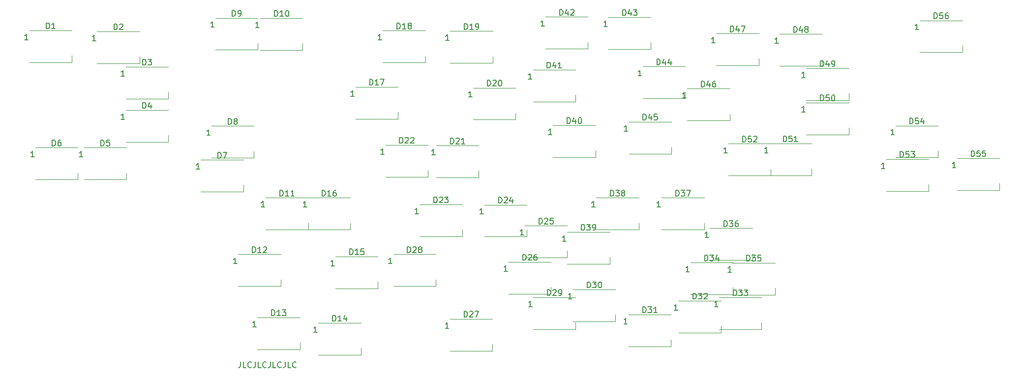
<source format=gbr>
%TF.GenerationSoftware,KiCad,Pcbnew,(5.1.6)-1*%
%TF.CreationDate,2021-08-25T14:17:29+10:00*%
%TF.ProjectId,HUD Panel PCB V2,48554420-5061-46e6-956c-205043422056,rev?*%
%TF.SameCoordinates,Original*%
%TF.FileFunction,Legend,Top*%
%TF.FilePolarity,Positive*%
%FSLAX46Y46*%
G04 Gerber Fmt 4.6, Leading zero omitted, Abs format (unit mm)*
G04 Created by KiCad (PCBNEW (5.1.6)-1) date 2021-08-25 14:17:29*
%MOMM*%
%LPD*%
G01*
G04 APERTURE LIST*
%ADD10C,0.150000*%
%ADD11C,0.120000*%
G04 APERTURE END LIST*
D10*
X105997952Y-101052380D02*
X105997952Y-101766666D01*
X105950333Y-101909523D01*
X105855095Y-102004761D01*
X105712238Y-102052380D01*
X105617000Y-102052380D01*
X106950333Y-102052380D02*
X106474142Y-102052380D01*
X106474142Y-101052380D01*
X107855095Y-101957142D02*
X107807476Y-102004761D01*
X107664619Y-102052380D01*
X107569380Y-102052380D01*
X107426523Y-102004761D01*
X107331285Y-101909523D01*
X107283666Y-101814285D01*
X107236047Y-101623809D01*
X107236047Y-101480952D01*
X107283666Y-101290476D01*
X107331285Y-101195238D01*
X107426523Y-101100000D01*
X107569380Y-101052380D01*
X107664619Y-101052380D01*
X107807476Y-101100000D01*
X107855095Y-101147619D01*
X108569380Y-101052380D02*
X108569380Y-101766666D01*
X108521761Y-101909523D01*
X108426523Y-102004761D01*
X108283666Y-102052380D01*
X108188428Y-102052380D01*
X109521761Y-102052380D02*
X109045571Y-102052380D01*
X109045571Y-101052380D01*
X110426523Y-101957142D02*
X110378904Y-102004761D01*
X110236047Y-102052380D01*
X110140809Y-102052380D01*
X109997952Y-102004761D01*
X109902714Y-101909523D01*
X109855095Y-101814285D01*
X109807476Y-101623809D01*
X109807476Y-101480952D01*
X109855095Y-101290476D01*
X109902714Y-101195238D01*
X109997952Y-101100000D01*
X110140809Y-101052380D01*
X110236047Y-101052380D01*
X110378904Y-101100000D01*
X110426523Y-101147619D01*
X111140809Y-101052380D02*
X111140809Y-101766666D01*
X111093190Y-101909523D01*
X110997952Y-102004761D01*
X110855095Y-102052380D01*
X110759857Y-102052380D01*
X112093190Y-102052380D02*
X111617000Y-102052380D01*
X111617000Y-101052380D01*
X112997952Y-101957142D02*
X112950333Y-102004761D01*
X112807476Y-102052380D01*
X112712238Y-102052380D01*
X112569380Y-102004761D01*
X112474142Y-101909523D01*
X112426523Y-101814285D01*
X112378904Y-101623809D01*
X112378904Y-101480952D01*
X112426523Y-101290476D01*
X112474142Y-101195238D01*
X112569380Y-101100000D01*
X112712238Y-101052380D01*
X112807476Y-101052380D01*
X112950333Y-101100000D01*
X112997952Y-101147619D01*
X113712238Y-101052380D02*
X113712238Y-101766666D01*
X113664619Y-101909523D01*
X113569380Y-102004761D01*
X113426523Y-102052380D01*
X113331285Y-102052380D01*
X114664619Y-102052380D02*
X114188428Y-102052380D01*
X114188428Y-101052380D01*
X115569380Y-101957142D02*
X115521761Y-102004761D01*
X115378904Y-102052380D01*
X115283666Y-102052380D01*
X115140809Y-102004761D01*
X115045571Y-101909523D01*
X114997952Y-101814285D01*
X114950333Y-101623809D01*
X114950333Y-101480952D01*
X114997952Y-101290476D01*
X115045571Y-101195238D01*
X115140809Y-101100000D01*
X115283666Y-101052380D01*
X115378904Y-101052380D01*
X115521761Y-101100000D01*
X115569380Y-101147619D01*
D11*
%TO.C,D56*%
X230250000Y-47750000D02*
X230250000Y-46600000D01*
X222950000Y-47750000D02*
X230250000Y-47750000D01*
X222950000Y-42250000D02*
X230250000Y-42250000D01*
%TO.C,D55*%
X236650000Y-71500000D02*
X236650000Y-70350000D01*
X229350000Y-71500000D02*
X236650000Y-71500000D01*
X229350000Y-66000000D02*
X236650000Y-66000000D01*
%TO.C,D54*%
X226064000Y-65868800D02*
X226064000Y-64718800D01*
X218764000Y-65868800D02*
X226064000Y-65868800D01*
X218764000Y-60368800D02*
X226064000Y-60368800D01*
%TO.C,D53*%
X224427000Y-71634800D02*
X224427000Y-70484800D01*
X217127000Y-71634800D02*
X224427000Y-71634800D01*
X217127000Y-66134800D02*
X224427000Y-66134800D01*
%TO.C,D52*%
X197300000Y-69000000D02*
X197300000Y-67850000D01*
X190000000Y-69000000D02*
X197300000Y-69000000D01*
X190000000Y-63500000D02*
X197300000Y-63500000D01*
%TO.C,D51*%
X204300000Y-68950000D02*
X204300000Y-67800000D01*
X197000000Y-68950000D02*
X204300000Y-68950000D01*
X197000000Y-63450000D02*
X204300000Y-63450000D01*
%TO.C,D50*%
X210700000Y-61900000D02*
X210700000Y-60750000D01*
X203400000Y-61900000D02*
X210700000Y-61900000D01*
X203400000Y-56400000D02*
X210700000Y-56400000D01*
%TO.C,D49*%
X210700000Y-56000000D02*
X210700000Y-54850000D01*
X203400000Y-56000000D02*
X210700000Y-56000000D01*
X203400000Y-50500000D02*
X210700000Y-50500000D01*
%TO.C,D48*%
X206100000Y-50100000D02*
X206100000Y-48950000D01*
X198800000Y-50100000D02*
X206100000Y-50100000D01*
X198800000Y-44600000D02*
X206100000Y-44600000D01*
%TO.C,D47*%
X195200000Y-50000000D02*
X195200000Y-48850000D01*
X187900000Y-50000000D02*
X195200000Y-50000000D01*
X187900000Y-44500000D02*
X195200000Y-44500000D01*
%TO.C,D46*%
X190200000Y-59500000D02*
X190200000Y-58350000D01*
X182900000Y-59500000D02*
X190200000Y-59500000D01*
X182900000Y-54000000D02*
X190200000Y-54000000D01*
%TO.C,D45*%
X180150000Y-65200000D02*
X180150000Y-64050000D01*
X172850000Y-65200000D02*
X180150000Y-65200000D01*
X172850000Y-59700000D02*
X180150000Y-59700000D01*
%TO.C,D44*%
X182550000Y-55700000D02*
X182550000Y-54550000D01*
X175250000Y-55700000D02*
X182550000Y-55700000D01*
X175250000Y-50200000D02*
X182550000Y-50200000D01*
%TO.C,D43*%
X176650000Y-47200000D02*
X176650000Y-46050000D01*
X169350000Y-47200000D02*
X176650000Y-47200000D01*
X169350000Y-41700000D02*
X176650000Y-41700000D01*
%TO.C,D42*%
X165800000Y-47150000D02*
X165800000Y-46000000D01*
X158500000Y-47150000D02*
X165800000Y-47150000D01*
X158500000Y-41650000D02*
X165800000Y-41650000D01*
%TO.C,D41*%
X163650000Y-56250000D02*
X163650000Y-55100000D01*
X156350000Y-56250000D02*
X163650000Y-56250000D01*
X156350000Y-50750000D02*
X163650000Y-50750000D01*
%TO.C,D40*%
X167100000Y-65800000D02*
X167100000Y-64650000D01*
X159800000Y-65800000D02*
X167100000Y-65800000D01*
X159800000Y-60300000D02*
X167100000Y-60300000D01*
%TO.C,D39*%
X169550000Y-84200000D02*
X169550000Y-83050000D01*
X162250000Y-84200000D02*
X169550000Y-84200000D01*
X162250000Y-78700000D02*
X169550000Y-78700000D01*
%TO.C,D38*%
X174550000Y-78300000D02*
X174550000Y-77150000D01*
X167250000Y-78300000D02*
X174550000Y-78300000D01*
X167250000Y-72800000D02*
X174550000Y-72800000D01*
%TO.C,D37*%
X185800000Y-78300000D02*
X185800000Y-77150000D01*
X178500000Y-78300000D02*
X185800000Y-78300000D01*
X178500000Y-72800000D02*
X185800000Y-72800000D01*
%TO.C,D36*%
X194100000Y-83550000D02*
X194100000Y-82400000D01*
X186800000Y-83550000D02*
X194100000Y-83550000D01*
X186800000Y-78050000D02*
X194100000Y-78050000D01*
%TO.C,D35*%
X198000000Y-89500000D02*
X198000000Y-88350000D01*
X190700000Y-89500000D02*
X198000000Y-89500000D01*
X190700000Y-84000000D02*
X198000000Y-84000000D01*
%TO.C,D34*%
X190750000Y-89450000D02*
X190750000Y-88300000D01*
X183450000Y-89450000D02*
X190750000Y-89450000D01*
X183450000Y-83950000D02*
X190750000Y-83950000D01*
%TO.C,D33*%
X195700000Y-95450000D02*
X195700000Y-94300000D01*
X188400000Y-95450000D02*
X195700000Y-95450000D01*
X188400000Y-89950000D02*
X195700000Y-89950000D01*
%TO.C,D32*%
X188750000Y-96050000D02*
X188750000Y-94900000D01*
X181450000Y-96050000D02*
X188750000Y-96050000D01*
X181450000Y-90550000D02*
X188750000Y-90550000D01*
%TO.C,D31*%
X180100000Y-98400000D02*
X180100000Y-97250000D01*
X172800000Y-98400000D02*
X180100000Y-98400000D01*
X172800000Y-92900000D02*
X180100000Y-92900000D01*
%TO.C,D30*%
X170550000Y-94100000D02*
X170550000Y-92950000D01*
X163250000Y-94100000D02*
X170550000Y-94100000D01*
X163250000Y-88600000D02*
X170550000Y-88600000D01*
%TO.C,D29*%
X163682000Y-95434400D02*
X163682000Y-94284400D01*
X156382000Y-95434400D02*
X163682000Y-95434400D01*
X156382000Y-89934400D02*
X163682000Y-89934400D01*
%TO.C,D28*%
X139600000Y-88050000D02*
X139600000Y-86900000D01*
X132300000Y-88050000D02*
X139600000Y-88050000D01*
X132300000Y-82550000D02*
X139600000Y-82550000D01*
%TO.C,D27*%
X149350000Y-99150000D02*
X149350000Y-98000000D01*
X142050000Y-99150000D02*
X149350000Y-99150000D01*
X142050000Y-93650000D02*
X149350000Y-93650000D01*
%TO.C,D26*%
X159450000Y-89350000D02*
X159450000Y-88200000D01*
X152150000Y-89350000D02*
X159450000Y-89350000D01*
X152150000Y-83850000D02*
X159450000Y-83850000D01*
%TO.C,D25*%
X162250000Y-83100000D02*
X162250000Y-81950000D01*
X154950000Y-83100000D02*
X162250000Y-83100000D01*
X154950000Y-77600000D02*
X162250000Y-77600000D01*
%TO.C,D24*%
X155300000Y-79500000D02*
X155300000Y-78350000D01*
X148000000Y-79500000D02*
X155300000Y-79500000D01*
X148000000Y-74000000D02*
X155300000Y-74000000D01*
%TO.C,D23*%
X144150000Y-79450000D02*
X144150000Y-78300000D01*
X136850000Y-79450000D02*
X144150000Y-79450000D01*
X136850000Y-73950000D02*
X144150000Y-73950000D01*
%TO.C,D22*%
X138250000Y-69200000D02*
X138250000Y-68050000D01*
X130950000Y-69200000D02*
X138250000Y-69200000D01*
X130950000Y-63700000D02*
X138250000Y-63700000D01*
%TO.C,D21*%
X147000000Y-69300000D02*
X147000000Y-68150000D01*
X139700000Y-69300000D02*
X147000000Y-69300000D01*
X139700000Y-63800000D02*
X147000000Y-63800000D01*
%TO.C,D20*%
X153350000Y-59350000D02*
X153350000Y-58200000D01*
X146050000Y-59350000D02*
X153350000Y-59350000D01*
X146050000Y-53850000D02*
X153350000Y-53850000D01*
%TO.C,D19*%
X149400000Y-49600000D02*
X149400000Y-48450000D01*
X142100000Y-49600000D02*
X149400000Y-49600000D01*
X142100000Y-44100000D02*
X149400000Y-44100000D01*
%TO.C,D18*%
X137800000Y-49500000D02*
X137800000Y-48350000D01*
X130500000Y-49500000D02*
X137800000Y-49500000D01*
X130500000Y-44000000D02*
X137800000Y-44000000D01*
%TO.C,D17*%
X133088000Y-59188800D02*
X133088000Y-58038800D01*
X125788000Y-59188800D02*
X133088000Y-59188800D01*
X125788000Y-53688800D02*
X133088000Y-53688800D01*
%TO.C,D16*%
X124900000Y-78300000D02*
X124900000Y-77150000D01*
X117600000Y-78300000D02*
X124900000Y-78300000D01*
X117600000Y-72800000D02*
X124900000Y-72800000D01*
%TO.C,D15*%
X129650000Y-88400000D02*
X129650000Y-87250000D01*
X122350000Y-88400000D02*
X129650000Y-88400000D01*
X122350000Y-82900000D02*
X129650000Y-82900000D01*
%TO.C,D14*%
X126700000Y-99850000D02*
X126700000Y-98700000D01*
X119400000Y-99850000D02*
X126700000Y-99850000D01*
X119400000Y-94350000D02*
X126700000Y-94350000D01*
%TO.C,D13*%
X116200000Y-98900000D02*
X116200000Y-97750000D01*
X108900000Y-98900000D02*
X116200000Y-98900000D01*
X108900000Y-93400000D02*
X116200000Y-93400000D01*
%TO.C,D12*%
X112900000Y-88050000D02*
X112900000Y-86900000D01*
X105600000Y-88050000D02*
X112900000Y-88050000D01*
X105600000Y-82550000D02*
X112900000Y-82550000D01*
%TO.C,D11*%
X117650000Y-78300000D02*
X117650000Y-77150000D01*
X110350000Y-78300000D02*
X117650000Y-78300000D01*
X110350000Y-72800000D02*
X117650000Y-72800000D01*
%TO.C,D10*%
X116700000Y-47350000D02*
X116700000Y-46200000D01*
X109400000Y-47350000D02*
X116700000Y-47350000D01*
X109400000Y-41850000D02*
X116700000Y-41850000D01*
%TO.C,D9*%
X108970000Y-47326800D02*
X108970000Y-46176800D01*
X101670000Y-47326800D02*
X108970000Y-47326800D01*
X101670000Y-41826800D02*
X108970000Y-41826800D01*
%TO.C,D8*%
X108298000Y-65945200D02*
X108298000Y-64795200D01*
X100998000Y-65945200D02*
X108298000Y-65945200D01*
X100998000Y-60445200D02*
X108298000Y-60445200D01*
%TO.C,D7*%
X106481000Y-71761600D02*
X106481000Y-70611600D01*
X99181000Y-71761600D02*
X106481000Y-71761600D01*
X99181000Y-66261600D02*
X106481000Y-66261600D01*
%TO.C,D6*%
X78000000Y-69650000D02*
X78000000Y-68500000D01*
X70700000Y-69650000D02*
X78000000Y-69650000D01*
X70700000Y-64150000D02*
X78000000Y-64150000D01*
%TO.C,D5*%
X86350000Y-69650000D02*
X86350000Y-68500000D01*
X79050000Y-69650000D02*
X86350000Y-69650000D01*
X79050000Y-64150000D02*
X86350000Y-64150000D01*
%TO.C,D4*%
X93550000Y-63200000D02*
X93550000Y-62050000D01*
X86250000Y-63200000D02*
X93550000Y-63200000D01*
X86250000Y-57700000D02*
X93550000Y-57700000D01*
%TO.C,D3*%
X93550000Y-55750000D02*
X93550000Y-54600000D01*
X86250000Y-55750000D02*
X93550000Y-55750000D01*
X86250000Y-50250000D02*
X93550000Y-50250000D01*
%TO.C,D2*%
X88600000Y-49650000D02*
X88600000Y-48500000D01*
X81300000Y-49650000D02*
X88600000Y-49650000D01*
X81300000Y-44150000D02*
X88600000Y-44150000D01*
%TO.C,D1*%
X76954400Y-49486000D02*
X76954400Y-48336000D01*
X69654400Y-49486000D02*
X76954400Y-49486000D01*
X69654400Y-43986000D02*
X76954400Y-43986000D01*
%TO.C,D56*%
D10*
X225385714Y-41952380D02*
X225385714Y-40952380D01*
X225623809Y-40952380D01*
X225766666Y-41000000D01*
X225861904Y-41095238D01*
X225909523Y-41190476D01*
X225957142Y-41380952D01*
X225957142Y-41523809D01*
X225909523Y-41714285D01*
X225861904Y-41809523D01*
X225766666Y-41904761D01*
X225623809Y-41952380D01*
X225385714Y-41952380D01*
X226861904Y-40952380D02*
X226385714Y-40952380D01*
X226338095Y-41428571D01*
X226385714Y-41380952D01*
X226480952Y-41333333D01*
X226719047Y-41333333D01*
X226814285Y-41380952D01*
X226861904Y-41428571D01*
X226909523Y-41523809D01*
X226909523Y-41761904D01*
X226861904Y-41857142D01*
X226814285Y-41904761D01*
X226719047Y-41952380D01*
X226480952Y-41952380D01*
X226385714Y-41904761D01*
X226338095Y-41857142D01*
X227766666Y-40952380D02*
X227576190Y-40952380D01*
X227480952Y-41000000D01*
X227433333Y-41047619D01*
X227338095Y-41190476D01*
X227290476Y-41380952D01*
X227290476Y-41761904D01*
X227338095Y-41857142D01*
X227385714Y-41904761D01*
X227480952Y-41952380D01*
X227671428Y-41952380D01*
X227766666Y-41904761D01*
X227814285Y-41857142D01*
X227861904Y-41761904D01*
X227861904Y-41523809D01*
X227814285Y-41428571D01*
X227766666Y-41380952D01*
X227671428Y-41333333D01*
X227480952Y-41333333D01*
X227385714Y-41380952D01*
X227338095Y-41428571D01*
X227290476Y-41523809D01*
X222735714Y-43852380D02*
X222164285Y-43852380D01*
X222450000Y-43852380D02*
X222450000Y-42852380D01*
X222354761Y-42995238D01*
X222259523Y-43090476D01*
X222164285Y-43138095D01*
%TO.C,D55*%
X231785714Y-65702380D02*
X231785714Y-64702380D01*
X232023809Y-64702380D01*
X232166666Y-64750000D01*
X232261904Y-64845238D01*
X232309523Y-64940476D01*
X232357142Y-65130952D01*
X232357142Y-65273809D01*
X232309523Y-65464285D01*
X232261904Y-65559523D01*
X232166666Y-65654761D01*
X232023809Y-65702380D01*
X231785714Y-65702380D01*
X233261904Y-64702380D02*
X232785714Y-64702380D01*
X232738095Y-65178571D01*
X232785714Y-65130952D01*
X232880952Y-65083333D01*
X233119047Y-65083333D01*
X233214285Y-65130952D01*
X233261904Y-65178571D01*
X233309523Y-65273809D01*
X233309523Y-65511904D01*
X233261904Y-65607142D01*
X233214285Y-65654761D01*
X233119047Y-65702380D01*
X232880952Y-65702380D01*
X232785714Y-65654761D01*
X232738095Y-65607142D01*
X234214285Y-64702380D02*
X233738095Y-64702380D01*
X233690476Y-65178571D01*
X233738095Y-65130952D01*
X233833333Y-65083333D01*
X234071428Y-65083333D01*
X234166666Y-65130952D01*
X234214285Y-65178571D01*
X234261904Y-65273809D01*
X234261904Y-65511904D01*
X234214285Y-65607142D01*
X234166666Y-65654761D01*
X234071428Y-65702380D01*
X233833333Y-65702380D01*
X233738095Y-65654761D01*
X233690476Y-65607142D01*
X229135714Y-67602380D02*
X228564285Y-67602380D01*
X228850000Y-67602380D02*
X228850000Y-66602380D01*
X228754761Y-66745238D01*
X228659523Y-66840476D01*
X228564285Y-66888095D01*
%TO.C,D54*%
X221199714Y-60071180D02*
X221199714Y-59071180D01*
X221437809Y-59071180D01*
X221580666Y-59118800D01*
X221675904Y-59214038D01*
X221723523Y-59309276D01*
X221771142Y-59499752D01*
X221771142Y-59642609D01*
X221723523Y-59833085D01*
X221675904Y-59928323D01*
X221580666Y-60023561D01*
X221437809Y-60071180D01*
X221199714Y-60071180D01*
X222675904Y-59071180D02*
X222199714Y-59071180D01*
X222152095Y-59547371D01*
X222199714Y-59499752D01*
X222294952Y-59452133D01*
X222533047Y-59452133D01*
X222628285Y-59499752D01*
X222675904Y-59547371D01*
X222723523Y-59642609D01*
X222723523Y-59880704D01*
X222675904Y-59975942D01*
X222628285Y-60023561D01*
X222533047Y-60071180D01*
X222294952Y-60071180D01*
X222199714Y-60023561D01*
X222152095Y-59975942D01*
X223580666Y-59404514D02*
X223580666Y-60071180D01*
X223342571Y-59023561D02*
X223104476Y-59737847D01*
X223723523Y-59737847D01*
X218549714Y-61971180D02*
X217978285Y-61971180D01*
X218264000Y-61971180D02*
X218264000Y-60971180D01*
X218168761Y-61114038D01*
X218073523Y-61209276D01*
X217978285Y-61256895D01*
%TO.C,D53*%
X219562714Y-65837180D02*
X219562714Y-64837180D01*
X219800809Y-64837180D01*
X219943666Y-64884800D01*
X220038904Y-64980038D01*
X220086523Y-65075276D01*
X220134142Y-65265752D01*
X220134142Y-65408609D01*
X220086523Y-65599085D01*
X220038904Y-65694323D01*
X219943666Y-65789561D01*
X219800809Y-65837180D01*
X219562714Y-65837180D01*
X221038904Y-64837180D02*
X220562714Y-64837180D01*
X220515095Y-65313371D01*
X220562714Y-65265752D01*
X220657952Y-65218133D01*
X220896047Y-65218133D01*
X220991285Y-65265752D01*
X221038904Y-65313371D01*
X221086523Y-65408609D01*
X221086523Y-65646704D01*
X221038904Y-65741942D01*
X220991285Y-65789561D01*
X220896047Y-65837180D01*
X220657952Y-65837180D01*
X220562714Y-65789561D01*
X220515095Y-65741942D01*
X221419857Y-64837180D02*
X222038904Y-64837180D01*
X221705571Y-65218133D01*
X221848428Y-65218133D01*
X221943666Y-65265752D01*
X221991285Y-65313371D01*
X222038904Y-65408609D01*
X222038904Y-65646704D01*
X221991285Y-65741942D01*
X221943666Y-65789561D01*
X221848428Y-65837180D01*
X221562714Y-65837180D01*
X221467476Y-65789561D01*
X221419857Y-65741942D01*
X216912714Y-67737180D02*
X216341285Y-67737180D01*
X216627000Y-67737180D02*
X216627000Y-66737180D01*
X216531761Y-66880038D01*
X216436523Y-66975276D01*
X216341285Y-67022895D01*
%TO.C,D52*%
X192435714Y-63202380D02*
X192435714Y-62202380D01*
X192673809Y-62202380D01*
X192816666Y-62250000D01*
X192911904Y-62345238D01*
X192959523Y-62440476D01*
X193007142Y-62630952D01*
X193007142Y-62773809D01*
X192959523Y-62964285D01*
X192911904Y-63059523D01*
X192816666Y-63154761D01*
X192673809Y-63202380D01*
X192435714Y-63202380D01*
X193911904Y-62202380D02*
X193435714Y-62202380D01*
X193388095Y-62678571D01*
X193435714Y-62630952D01*
X193530952Y-62583333D01*
X193769047Y-62583333D01*
X193864285Y-62630952D01*
X193911904Y-62678571D01*
X193959523Y-62773809D01*
X193959523Y-63011904D01*
X193911904Y-63107142D01*
X193864285Y-63154761D01*
X193769047Y-63202380D01*
X193530952Y-63202380D01*
X193435714Y-63154761D01*
X193388095Y-63107142D01*
X194340476Y-62297619D02*
X194388095Y-62250000D01*
X194483333Y-62202380D01*
X194721428Y-62202380D01*
X194816666Y-62250000D01*
X194864285Y-62297619D01*
X194911904Y-62392857D01*
X194911904Y-62488095D01*
X194864285Y-62630952D01*
X194292857Y-63202380D01*
X194911904Y-63202380D01*
X189785714Y-65102380D02*
X189214285Y-65102380D01*
X189500000Y-65102380D02*
X189500000Y-64102380D01*
X189404761Y-64245238D01*
X189309523Y-64340476D01*
X189214285Y-64388095D01*
%TO.C,D51*%
X199435714Y-63152380D02*
X199435714Y-62152380D01*
X199673809Y-62152380D01*
X199816666Y-62200000D01*
X199911904Y-62295238D01*
X199959523Y-62390476D01*
X200007142Y-62580952D01*
X200007142Y-62723809D01*
X199959523Y-62914285D01*
X199911904Y-63009523D01*
X199816666Y-63104761D01*
X199673809Y-63152380D01*
X199435714Y-63152380D01*
X200911904Y-62152380D02*
X200435714Y-62152380D01*
X200388095Y-62628571D01*
X200435714Y-62580952D01*
X200530952Y-62533333D01*
X200769047Y-62533333D01*
X200864285Y-62580952D01*
X200911904Y-62628571D01*
X200959523Y-62723809D01*
X200959523Y-62961904D01*
X200911904Y-63057142D01*
X200864285Y-63104761D01*
X200769047Y-63152380D01*
X200530952Y-63152380D01*
X200435714Y-63104761D01*
X200388095Y-63057142D01*
X201911904Y-63152380D02*
X201340476Y-63152380D01*
X201626190Y-63152380D02*
X201626190Y-62152380D01*
X201530952Y-62295238D01*
X201435714Y-62390476D01*
X201340476Y-62438095D01*
X196785714Y-65052380D02*
X196214285Y-65052380D01*
X196500000Y-65052380D02*
X196500000Y-64052380D01*
X196404761Y-64195238D01*
X196309523Y-64290476D01*
X196214285Y-64338095D01*
%TO.C,D50*%
X205835714Y-56102380D02*
X205835714Y-55102380D01*
X206073809Y-55102380D01*
X206216666Y-55150000D01*
X206311904Y-55245238D01*
X206359523Y-55340476D01*
X206407142Y-55530952D01*
X206407142Y-55673809D01*
X206359523Y-55864285D01*
X206311904Y-55959523D01*
X206216666Y-56054761D01*
X206073809Y-56102380D01*
X205835714Y-56102380D01*
X207311904Y-55102380D02*
X206835714Y-55102380D01*
X206788095Y-55578571D01*
X206835714Y-55530952D01*
X206930952Y-55483333D01*
X207169047Y-55483333D01*
X207264285Y-55530952D01*
X207311904Y-55578571D01*
X207359523Y-55673809D01*
X207359523Y-55911904D01*
X207311904Y-56007142D01*
X207264285Y-56054761D01*
X207169047Y-56102380D01*
X206930952Y-56102380D01*
X206835714Y-56054761D01*
X206788095Y-56007142D01*
X207978571Y-55102380D02*
X208073809Y-55102380D01*
X208169047Y-55150000D01*
X208216666Y-55197619D01*
X208264285Y-55292857D01*
X208311904Y-55483333D01*
X208311904Y-55721428D01*
X208264285Y-55911904D01*
X208216666Y-56007142D01*
X208169047Y-56054761D01*
X208073809Y-56102380D01*
X207978571Y-56102380D01*
X207883333Y-56054761D01*
X207835714Y-56007142D01*
X207788095Y-55911904D01*
X207740476Y-55721428D01*
X207740476Y-55483333D01*
X207788095Y-55292857D01*
X207835714Y-55197619D01*
X207883333Y-55150000D01*
X207978571Y-55102380D01*
X203185714Y-58002380D02*
X202614285Y-58002380D01*
X202900000Y-58002380D02*
X202900000Y-57002380D01*
X202804761Y-57145238D01*
X202709523Y-57240476D01*
X202614285Y-57288095D01*
%TO.C,D49*%
X205835714Y-50202380D02*
X205835714Y-49202380D01*
X206073809Y-49202380D01*
X206216666Y-49250000D01*
X206311904Y-49345238D01*
X206359523Y-49440476D01*
X206407142Y-49630952D01*
X206407142Y-49773809D01*
X206359523Y-49964285D01*
X206311904Y-50059523D01*
X206216666Y-50154761D01*
X206073809Y-50202380D01*
X205835714Y-50202380D01*
X207264285Y-49535714D02*
X207264285Y-50202380D01*
X207026190Y-49154761D02*
X206788095Y-49869047D01*
X207407142Y-49869047D01*
X207835714Y-50202380D02*
X208026190Y-50202380D01*
X208121428Y-50154761D01*
X208169047Y-50107142D01*
X208264285Y-49964285D01*
X208311904Y-49773809D01*
X208311904Y-49392857D01*
X208264285Y-49297619D01*
X208216666Y-49250000D01*
X208121428Y-49202380D01*
X207930952Y-49202380D01*
X207835714Y-49250000D01*
X207788095Y-49297619D01*
X207740476Y-49392857D01*
X207740476Y-49630952D01*
X207788095Y-49726190D01*
X207835714Y-49773809D01*
X207930952Y-49821428D01*
X208121428Y-49821428D01*
X208216666Y-49773809D01*
X208264285Y-49726190D01*
X208311904Y-49630952D01*
X203185714Y-52102380D02*
X202614285Y-52102380D01*
X202900000Y-52102380D02*
X202900000Y-51102380D01*
X202804761Y-51245238D01*
X202709523Y-51340476D01*
X202614285Y-51388095D01*
%TO.C,D48*%
X201235714Y-44302380D02*
X201235714Y-43302380D01*
X201473809Y-43302380D01*
X201616666Y-43350000D01*
X201711904Y-43445238D01*
X201759523Y-43540476D01*
X201807142Y-43730952D01*
X201807142Y-43873809D01*
X201759523Y-44064285D01*
X201711904Y-44159523D01*
X201616666Y-44254761D01*
X201473809Y-44302380D01*
X201235714Y-44302380D01*
X202664285Y-43635714D02*
X202664285Y-44302380D01*
X202426190Y-43254761D02*
X202188095Y-43969047D01*
X202807142Y-43969047D01*
X203330952Y-43730952D02*
X203235714Y-43683333D01*
X203188095Y-43635714D01*
X203140476Y-43540476D01*
X203140476Y-43492857D01*
X203188095Y-43397619D01*
X203235714Y-43350000D01*
X203330952Y-43302380D01*
X203521428Y-43302380D01*
X203616666Y-43350000D01*
X203664285Y-43397619D01*
X203711904Y-43492857D01*
X203711904Y-43540476D01*
X203664285Y-43635714D01*
X203616666Y-43683333D01*
X203521428Y-43730952D01*
X203330952Y-43730952D01*
X203235714Y-43778571D01*
X203188095Y-43826190D01*
X203140476Y-43921428D01*
X203140476Y-44111904D01*
X203188095Y-44207142D01*
X203235714Y-44254761D01*
X203330952Y-44302380D01*
X203521428Y-44302380D01*
X203616666Y-44254761D01*
X203664285Y-44207142D01*
X203711904Y-44111904D01*
X203711904Y-43921428D01*
X203664285Y-43826190D01*
X203616666Y-43778571D01*
X203521428Y-43730952D01*
X198585714Y-46202380D02*
X198014285Y-46202380D01*
X198300000Y-46202380D02*
X198300000Y-45202380D01*
X198204761Y-45345238D01*
X198109523Y-45440476D01*
X198014285Y-45488095D01*
%TO.C,D47*%
X190335714Y-44202380D02*
X190335714Y-43202380D01*
X190573809Y-43202380D01*
X190716666Y-43250000D01*
X190811904Y-43345238D01*
X190859523Y-43440476D01*
X190907142Y-43630952D01*
X190907142Y-43773809D01*
X190859523Y-43964285D01*
X190811904Y-44059523D01*
X190716666Y-44154761D01*
X190573809Y-44202380D01*
X190335714Y-44202380D01*
X191764285Y-43535714D02*
X191764285Y-44202380D01*
X191526190Y-43154761D02*
X191288095Y-43869047D01*
X191907142Y-43869047D01*
X192192857Y-43202380D02*
X192859523Y-43202380D01*
X192430952Y-44202380D01*
X187685714Y-46102380D02*
X187114285Y-46102380D01*
X187400000Y-46102380D02*
X187400000Y-45102380D01*
X187304761Y-45245238D01*
X187209523Y-45340476D01*
X187114285Y-45388095D01*
%TO.C,D46*%
X185335714Y-53702380D02*
X185335714Y-52702380D01*
X185573809Y-52702380D01*
X185716666Y-52750000D01*
X185811904Y-52845238D01*
X185859523Y-52940476D01*
X185907142Y-53130952D01*
X185907142Y-53273809D01*
X185859523Y-53464285D01*
X185811904Y-53559523D01*
X185716666Y-53654761D01*
X185573809Y-53702380D01*
X185335714Y-53702380D01*
X186764285Y-53035714D02*
X186764285Y-53702380D01*
X186526190Y-52654761D02*
X186288095Y-53369047D01*
X186907142Y-53369047D01*
X187716666Y-52702380D02*
X187526190Y-52702380D01*
X187430952Y-52750000D01*
X187383333Y-52797619D01*
X187288095Y-52940476D01*
X187240476Y-53130952D01*
X187240476Y-53511904D01*
X187288095Y-53607142D01*
X187335714Y-53654761D01*
X187430952Y-53702380D01*
X187621428Y-53702380D01*
X187716666Y-53654761D01*
X187764285Y-53607142D01*
X187811904Y-53511904D01*
X187811904Y-53273809D01*
X187764285Y-53178571D01*
X187716666Y-53130952D01*
X187621428Y-53083333D01*
X187430952Y-53083333D01*
X187335714Y-53130952D01*
X187288095Y-53178571D01*
X187240476Y-53273809D01*
X182685714Y-55602380D02*
X182114285Y-55602380D01*
X182400000Y-55602380D02*
X182400000Y-54602380D01*
X182304761Y-54745238D01*
X182209523Y-54840476D01*
X182114285Y-54888095D01*
%TO.C,D45*%
X175285714Y-59402380D02*
X175285714Y-58402380D01*
X175523809Y-58402380D01*
X175666666Y-58450000D01*
X175761904Y-58545238D01*
X175809523Y-58640476D01*
X175857142Y-58830952D01*
X175857142Y-58973809D01*
X175809523Y-59164285D01*
X175761904Y-59259523D01*
X175666666Y-59354761D01*
X175523809Y-59402380D01*
X175285714Y-59402380D01*
X176714285Y-58735714D02*
X176714285Y-59402380D01*
X176476190Y-58354761D02*
X176238095Y-59069047D01*
X176857142Y-59069047D01*
X177714285Y-58402380D02*
X177238095Y-58402380D01*
X177190476Y-58878571D01*
X177238095Y-58830952D01*
X177333333Y-58783333D01*
X177571428Y-58783333D01*
X177666666Y-58830952D01*
X177714285Y-58878571D01*
X177761904Y-58973809D01*
X177761904Y-59211904D01*
X177714285Y-59307142D01*
X177666666Y-59354761D01*
X177571428Y-59402380D01*
X177333333Y-59402380D01*
X177238095Y-59354761D01*
X177190476Y-59307142D01*
X172635714Y-61302380D02*
X172064285Y-61302380D01*
X172350000Y-61302380D02*
X172350000Y-60302380D01*
X172254761Y-60445238D01*
X172159523Y-60540476D01*
X172064285Y-60588095D01*
%TO.C,D44*%
X177685714Y-49902380D02*
X177685714Y-48902380D01*
X177923809Y-48902380D01*
X178066666Y-48950000D01*
X178161904Y-49045238D01*
X178209523Y-49140476D01*
X178257142Y-49330952D01*
X178257142Y-49473809D01*
X178209523Y-49664285D01*
X178161904Y-49759523D01*
X178066666Y-49854761D01*
X177923809Y-49902380D01*
X177685714Y-49902380D01*
X179114285Y-49235714D02*
X179114285Y-49902380D01*
X178876190Y-48854761D02*
X178638095Y-49569047D01*
X179257142Y-49569047D01*
X180066666Y-49235714D02*
X180066666Y-49902380D01*
X179828571Y-48854761D02*
X179590476Y-49569047D01*
X180209523Y-49569047D01*
X175035714Y-51802380D02*
X174464285Y-51802380D01*
X174750000Y-51802380D02*
X174750000Y-50802380D01*
X174654761Y-50945238D01*
X174559523Y-51040476D01*
X174464285Y-51088095D01*
%TO.C,D43*%
X171785714Y-41402380D02*
X171785714Y-40402380D01*
X172023809Y-40402380D01*
X172166666Y-40450000D01*
X172261904Y-40545238D01*
X172309523Y-40640476D01*
X172357142Y-40830952D01*
X172357142Y-40973809D01*
X172309523Y-41164285D01*
X172261904Y-41259523D01*
X172166666Y-41354761D01*
X172023809Y-41402380D01*
X171785714Y-41402380D01*
X173214285Y-40735714D02*
X173214285Y-41402380D01*
X172976190Y-40354761D02*
X172738095Y-41069047D01*
X173357142Y-41069047D01*
X173642857Y-40402380D02*
X174261904Y-40402380D01*
X173928571Y-40783333D01*
X174071428Y-40783333D01*
X174166666Y-40830952D01*
X174214285Y-40878571D01*
X174261904Y-40973809D01*
X174261904Y-41211904D01*
X174214285Y-41307142D01*
X174166666Y-41354761D01*
X174071428Y-41402380D01*
X173785714Y-41402380D01*
X173690476Y-41354761D01*
X173642857Y-41307142D01*
X169135714Y-43302380D02*
X168564285Y-43302380D01*
X168850000Y-43302380D02*
X168850000Y-42302380D01*
X168754761Y-42445238D01*
X168659523Y-42540476D01*
X168564285Y-42588095D01*
%TO.C,D42*%
X160935714Y-41352380D02*
X160935714Y-40352380D01*
X161173809Y-40352380D01*
X161316666Y-40400000D01*
X161411904Y-40495238D01*
X161459523Y-40590476D01*
X161507142Y-40780952D01*
X161507142Y-40923809D01*
X161459523Y-41114285D01*
X161411904Y-41209523D01*
X161316666Y-41304761D01*
X161173809Y-41352380D01*
X160935714Y-41352380D01*
X162364285Y-40685714D02*
X162364285Y-41352380D01*
X162126190Y-40304761D02*
X161888095Y-41019047D01*
X162507142Y-41019047D01*
X162840476Y-40447619D02*
X162888095Y-40400000D01*
X162983333Y-40352380D01*
X163221428Y-40352380D01*
X163316666Y-40400000D01*
X163364285Y-40447619D01*
X163411904Y-40542857D01*
X163411904Y-40638095D01*
X163364285Y-40780952D01*
X162792857Y-41352380D01*
X163411904Y-41352380D01*
X158285714Y-43252380D02*
X157714285Y-43252380D01*
X158000000Y-43252380D02*
X158000000Y-42252380D01*
X157904761Y-42395238D01*
X157809523Y-42490476D01*
X157714285Y-42538095D01*
%TO.C,D41*%
X158785714Y-50452380D02*
X158785714Y-49452380D01*
X159023809Y-49452380D01*
X159166666Y-49500000D01*
X159261904Y-49595238D01*
X159309523Y-49690476D01*
X159357142Y-49880952D01*
X159357142Y-50023809D01*
X159309523Y-50214285D01*
X159261904Y-50309523D01*
X159166666Y-50404761D01*
X159023809Y-50452380D01*
X158785714Y-50452380D01*
X160214285Y-49785714D02*
X160214285Y-50452380D01*
X159976190Y-49404761D02*
X159738095Y-50119047D01*
X160357142Y-50119047D01*
X161261904Y-50452380D02*
X160690476Y-50452380D01*
X160976190Y-50452380D02*
X160976190Y-49452380D01*
X160880952Y-49595238D01*
X160785714Y-49690476D01*
X160690476Y-49738095D01*
X156135714Y-52352380D02*
X155564285Y-52352380D01*
X155850000Y-52352380D02*
X155850000Y-51352380D01*
X155754761Y-51495238D01*
X155659523Y-51590476D01*
X155564285Y-51638095D01*
%TO.C,D40*%
X162235714Y-60002380D02*
X162235714Y-59002380D01*
X162473809Y-59002380D01*
X162616666Y-59050000D01*
X162711904Y-59145238D01*
X162759523Y-59240476D01*
X162807142Y-59430952D01*
X162807142Y-59573809D01*
X162759523Y-59764285D01*
X162711904Y-59859523D01*
X162616666Y-59954761D01*
X162473809Y-60002380D01*
X162235714Y-60002380D01*
X163664285Y-59335714D02*
X163664285Y-60002380D01*
X163426190Y-58954761D02*
X163188095Y-59669047D01*
X163807142Y-59669047D01*
X164378571Y-59002380D02*
X164473809Y-59002380D01*
X164569047Y-59050000D01*
X164616666Y-59097619D01*
X164664285Y-59192857D01*
X164711904Y-59383333D01*
X164711904Y-59621428D01*
X164664285Y-59811904D01*
X164616666Y-59907142D01*
X164569047Y-59954761D01*
X164473809Y-60002380D01*
X164378571Y-60002380D01*
X164283333Y-59954761D01*
X164235714Y-59907142D01*
X164188095Y-59811904D01*
X164140476Y-59621428D01*
X164140476Y-59383333D01*
X164188095Y-59192857D01*
X164235714Y-59097619D01*
X164283333Y-59050000D01*
X164378571Y-59002380D01*
X159585714Y-61902380D02*
X159014285Y-61902380D01*
X159300000Y-61902380D02*
X159300000Y-60902380D01*
X159204761Y-61045238D01*
X159109523Y-61140476D01*
X159014285Y-61188095D01*
%TO.C,D39*%
X164685714Y-78402380D02*
X164685714Y-77402380D01*
X164923809Y-77402380D01*
X165066666Y-77450000D01*
X165161904Y-77545238D01*
X165209523Y-77640476D01*
X165257142Y-77830952D01*
X165257142Y-77973809D01*
X165209523Y-78164285D01*
X165161904Y-78259523D01*
X165066666Y-78354761D01*
X164923809Y-78402380D01*
X164685714Y-78402380D01*
X165590476Y-77402380D02*
X166209523Y-77402380D01*
X165876190Y-77783333D01*
X166019047Y-77783333D01*
X166114285Y-77830952D01*
X166161904Y-77878571D01*
X166209523Y-77973809D01*
X166209523Y-78211904D01*
X166161904Y-78307142D01*
X166114285Y-78354761D01*
X166019047Y-78402380D01*
X165733333Y-78402380D01*
X165638095Y-78354761D01*
X165590476Y-78307142D01*
X166685714Y-78402380D02*
X166876190Y-78402380D01*
X166971428Y-78354761D01*
X167019047Y-78307142D01*
X167114285Y-78164285D01*
X167161904Y-77973809D01*
X167161904Y-77592857D01*
X167114285Y-77497619D01*
X167066666Y-77450000D01*
X166971428Y-77402380D01*
X166780952Y-77402380D01*
X166685714Y-77450000D01*
X166638095Y-77497619D01*
X166590476Y-77592857D01*
X166590476Y-77830952D01*
X166638095Y-77926190D01*
X166685714Y-77973809D01*
X166780952Y-78021428D01*
X166971428Y-78021428D01*
X167066666Y-77973809D01*
X167114285Y-77926190D01*
X167161904Y-77830952D01*
X162035714Y-80302380D02*
X161464285Y-80302380D01*
X161750000Y-80302380D02*
X161750000Y-79302380D01*
X161654761Y-79445238D01*
X161559523Y-79540476D01*
X161464285Y-79588095D01*
%TO.C,D38*%
X169685714Y-72502380D02*
X169685714Y-71502380D01*
X169923809Y-71502380D01*
X170066666Y-71550000D01*
X170161904Y-71645238D01*
X170209523Y-71740476D01*
X170257142Y-71930952D01*
X170257142Y-72073809D01*
X170209523Y-72264285D01*
X170161904Y-72359523D01*
X170066666Y-72454761D01*
X169923809Y-72502380D01*
X169685714Y-72502380D01*
X170590476Y-71502380D02*
X171209523Y-71502380D01*
X170876190Y-71883333D01*
X171019047Y-71883333D01*
X171114285Y-71930952D01*
X171161904Y-71978571D01*
X171209523Y-72073809D01*
X171209523Y-72311904D01*
X171161904Y-72407142D01*
X171114285Y-72454761D01*
X171019047Y-72502380D01*
X170733333Y-72502380D01*
X170638095Y-72454761D01*
X170590476Y-72407142D01*
X171780952Y-71930952D02*
X171685714Y-71883333D01*
X171638095Y-71835714D01*
X171590476Y-71740476D01*
X171590476Y-71692857D01*
X171638095Y-71597619D01*
X171685714Y-71550000D01*
X171780952Y-71502380D01*
X171971428Y-71502380D01*
X172066666Y-71550000D01*
X172114285Y-71597619D01*
X172161904Y-71692857D01*
X172161904Y-71740476D01*
X172114285Y-71835714D01*
X172066666Y-71883333D01*
X171971428Y-71930952D01*
X171780952Y-71930952D01*
X171685714Y-71978571D01*
X171638095Y-72026190D01*
X171590476Y-72121428D01*
X171590476Y-72311904D01*
X171638095Y-72407142D01*
X171685714Y-72454761D01*
X171780952Y-72502380D01*
X171971428Y-72502380D01*
X172066666Y-72454761D01*
X172114285Y-72407142D01*
X172161904Y-72311904D01*
X172161904Y-72121428D01*
X172114285Y-72026190D01*
X172066666Y-71978571D01*
X171971428Y-71930952D01*
X167035714Y-74402380D02*
X166464285Y-74402380D01*
X166750000Y-74402380D02*
X166750000Y-73402380D01*
X166654761Y-73545238D01*
X166559523Y-73640476D01*
X166464285Y-73688095D01*
%TO.C,D37*%
X180935714Y-72502380D02*
X180935714Y-71502380D01*
X181173809Y-71502380D01*
X181316666Y-71550000D01*
X181411904Y-71645238D01*
X181459523Y-71740476D01*
X181507142Y-71930952D01*
X181507142Y-72073809D01*
X181459523Y-72264285D01*
X181411904Y-72359523D01*
X181316666Y-72454761D01*
X181173809Y-72502380D01*
X180935714Y-72502380D01*
X181840476Y-71502380D02*
X182459523Y-71502380D01*
X182126190Y-71883333D01*
X182269047Y-71883333D01*
X182364285Y-71930952D01*
X182411904Y-71978571D01*
X182459523Y-72073809D01*
X182459523Y-72311904D01*
X182411904Y-72407142D01*
X182364285Y-72454761D01*
X182269047Y-72502380D01*
X181983333Y-72502380D01*
X181888095Y-72454761D01*
X181840476Y-72407142D01*
X182792857Y-71502380D02*
X183459523Y-71502380D01*
X183030952Y-72502380D01*
X178285714Y-74402380D02*
X177714285Y-74402380D01*
X178000000Y-74402380D02*
X178000000Y-73402380D01*
X177904761Y-73545238D01*
X177809523Y-73640476D01*
X177714285Y-73688095D01*
%TO.C,D36*%
X189235714Y-77752380D02*
X189235714Y-76752380D01*
X189473809Y-76752380D01*
X189616666Y-76800000D01*
X189711904Y-76895238D01*
X189759523Y-76990476D01*
X189807142Y-77180952D01*
X189807142Y-77323809D01*
X189759523Y-77514285D01*
X189711904Y-77609523D01*
X189616666Y-77704761D01*
X189473809Y-77752380D01*
X189235714Y-77752380D01*
X190140476Y-76752380D02*
X190759523Y-76752380D01*
X190426190Y-77133333D01*
X190569047Y-77133333D01*
X190664285Y-77180952D01*
X190711904Y-77228571D01*
X190759523Y-77323809D01*
X190759523Y-77561904D01*
X190711904Y-77657142D01*
X190664285Y-77704761D01*
X190569047Y-77752380D01*
X190283333Y-77752380D01*
X190188095Y-77704761D01*
X190140476Y-77657142D01*
X191616666Y-76752380D02*
X191426190Y-76752380D01*
X191330952Y-76800000D01*
X191283333Y-76847619D01*
X191188095Y-76990476D01*
X191140476Y-77180952D01*
X191140476Y-77561904D01*
X191188095Y-77657142D01*
X191235714Y-77704761D01*
X191330952Y-77752380D01*
X191521428Y-77752380D01*
X191616666Y-77704761D01*
X191664285Y-77657142D01*
X191711904Y-77561904D01*
X191711904Y-77323809D01*
X191664285Y-77228571D01*
X191616666Y-77180952D01*
X191521428Y-77133333D01*
X191330952Y-77133333D01*
X191235714Y-77180952D01*
X191188095Y-77228571D01*
X191140476Y-77323809D01*
X186585714Y-79652380D02*
X186014285Y-79652380D01*
X186300000Y-79652380D02*
X186300000Y-78652380D01*
X186204761Y-78795238D01*
X186109523Y-78890476D01*
X186014285Y-78938095D01*
%TO.C,D35*%
X193135714Y-83702380D02*
X193135714Y-82702380D01*
X193373809Y-82702380D01*
X193516666Y-82750000D01*
X193611904Y-82845238D01*
X193659523Y-82940476D01*
X193707142Y-83130952D01*
X193707142Y-83273809D01*
X193659523Y-83464285D01*
X193611904Y-83559523D01*
X193516666Y-83654761D01*
X193373809Y-83702380D01*
X193135714Y-83702380D01*
X194040476Y-82702380D02*
X194659523Y-82702380D01*
X194326190Y-83083333D01*
X194469047Y-83083333D01*
X194564285Y-83130952D01*
X194611904Y-83178571D01*
X194659523Y-83273809D01*
X194659523Y-83511904D01*
X194611904Y-83607142D01*
X194564285Y-83654761D01*
X194469047Y-83702380D01*
X194183333Y-83702380D01*
X194088095Y-83654761D01*
X194040476Y-83607142D01*
X195564285Y-82702380D02*
X195088095Y-82702380D01*
X195040476Y-83178571D01*
X195088095Y-83130952D01*
X195183333Y-83083333D01*
X195421428Y-83083333D01*
X195516666Y-83130952D01*
X195564285Y-83178571D01*
X195611904Y-83273809D01*
X195611904Y-83511904D01*
X195564285Y-83607142D01*
X195516666Y-83654761D01*
X195421428Y-83702380D01*
X195183333Y-83702380D01*
X195088095Y-83654761D01*
X195040476Y-83607142D01*
X190485714Y-85602380D02*
X189914285Y-85602380D01*
X190200000Y-85602380D02*
X190200000Y-84602380D01*
X190104761Y-84745238D01*
X190009523Y-84840476D01*
X189914285Y-84888095D01*
%TO.C,D34*%
X185885714Y-83652380D02*
X185885714Y-82652380D01*
X186123809Y-82652380D01*
X186266666Y-82700000D01*
X186361904Y-82795238D01*
X186409523Y-82890476D01*
X186457142Y-83080952D01*
X186457142Y-83223809D01*
X186409523Y-83414285D01*
X186361904Y-83509523D01*
X186266666Y-83604761D01*
X186123809Y-83652380D01*
X185885714Y-83652380D01*
X186790476Y-82652380D02*
X187409523Y-82652380D01*
X187076190Y-83033333D01*
X187219047Y-83033333D01*
X187314285Y-83080952D01*
X187361904Y-83128571D01*
X187409523Y-83223809D01*
X187409523Y-83461904D01*
X187361904Y-83557142D01*
X187314285Y-83604761D01*
X187219047Y-83652380D01*
X186933333Y-83652380D01*
X186838095Y-83604761D01*
X186790476Y-83557142D01*
X188266666Y-82985714D02*
X188266666Y-83652380D01*
X188028571Y-82604761D02*
X187790476Y-83319047D01*
X188409523Y-83319047D01*
X183235714Y-85552380D02*
X182664285Y-85552380D01*
X182950000Y-85552380D02*
X182950000Y-84552380D01*
X182854761Y-84695238D01*
X182759523Y-84790476D01*
X182664285Y-84838095D01*
%TO.C,D33*%
X190835714Y-89652380D02*
X190835714Y-88652380D01*
X191073809Y-88652380D01*
X191216666Y-88700000D01*
X191311904Y-88795238D01*
X191359523Y-88890476D01*
X191407142Y-89080952D01*
X191407142Y-89223809D01*
X191359523Y-89414285D01*
X191311904Y-89509523D01*
X191216666Y-89604761D01*
X191073809Y-89652380D01*
X190835714Y-89652380D01*
X191740476Y-88652380D02*
X192359523Y-88652380D01*
X192026190Y-89033333D01*
X192169047Y-89033333D01*
X192264285Y-89080952D01*
X192311904Y-89128571D01*
X192359523Y-89223809D01*
X192359523Y-89461904D01*
X192311904Y-89557142D01*
X192264285Y-89604761D01*
X192169047Y-89652380D01*
X191883333Y-89652380D01*
X191788095Y-89604761D01*
X191740476Y-89557142D01*
X192692857Y-88652380D02*
X193311904Y-88652380D01*
X192978571Y-89033333D01*
X193121428Y-89033333D01*
X193216666Y-89080952D01*
X193264285Y-89128571D01*
X193311904Y-89223809D01*
X193311904Y-89461904D01*
X193264285Y-89557142D01*
X193216666Y-89604761D01*
X193121428Y-89652380D01*
X192835714Y-89652380D01*
X192740476Y-89604761D01*
X192692857Y-89557142D01*
X188185714Y-91552380D02*
X187614285Y-91552380D01*
X187900000Y-91552380D02*
X187900000Y-90552380D01*
X187804761Y-90695238D01*
X187709523Y-90790476D01*
X187614285Y-90838095D01*
%TO.C,D32*%
X183885714Y-90252380D02*
X183885714Y-89252380D01*
X184123809Y-89252380D01*
X184266666Y-89300000D01*
X184361904Y-89395238D01*
X184409523Y-89490476D01*
X184457142Y-89680952D01*
X184457142Y-89823809D01*
X184409523Y-90014285D01*
X184361904Y-90109523D01*
X184266666Y-90204761D01*
X184123809Y-90252380D01*
X183885714Y-90252380D01*
X184790476Y-89252380D02*
X185409523Y-89252380D01*
X185076190Y-89633333D01*
X185219047Y-89633333D01*
X185314285Y-89680952D01*
X185361904Y-89728571D01*
X185409523Y-89823809D01*
X185409523Y-90061904D01*
X185361904Y-90157142D01*
X185314285Y-90204761D01*
X185219047Y-90252380D01*
X184933333Y-90252380D01*
X184838095Y-90204761D01*
X184790476Y-90157142D01*
X185790476Y-89347619D02*
X185838095Y-89300000D01*
X185933333Y-89252380D01*
X186171428Y-89252380D01*
X186266666Y-89300000D01*
X186314285Y-89347619D01*
X186361904Y-89442857D01*
X186361904Y-89538095D01*
X186314285Y-89680952D01*
X185742857Y-90252380D01*
X186361904Y-90252380D01*
X181235714Y-92152380D02*
X180664285Y-92152380D01*
X180950000Y-92152380D02*
X180950000Y-91152380D01*
X180854761Y-91295238D01*
X180759523Y-91390476D01*
X180664285Y-91438095D01*
%TO.C,D31*%
X175235714Y-92602380D02*
X175235714Y-91602380D01*
X175473809Y-91602380D01*
X175616666Y-91650000D01*
X175711904Y-91745238D01*
X175759523Y-91840476D01*
X175807142Y-92030952D01*
X175807142Y-92173809D01*
X175759523Y-92364285D01*
X175711904Y-92459523D01*
X175616666Y-92554761D01*
X175473809Y-92602380D01*
X175235714Y-92602380D01*
X176140476Y-91602380D02*
X176759523Y-91602380D01*
X176426190Y-91983333D01*
X176569047Y-91983333D01*
X176664285Y-92030952D01*
X176711904Y-92078571D01*
X176759523Y-92173809D01*
X176759523Y-92411904D01*
X176711904Y-92507142D01*
X176664285Y-92554761D01*
X176569047Y-92602380D01*
X176283333Y-92602380D01*
X176188095Y-92554761D01*
X176140476Y-92507142D01*
X177711904Y-92602380D02*
X177140476Y-92602380D01*
X177426190Y-92602380D02*
X177426190Y-91602380D01*
X177330952Y-91745238D01*
X177235714Y-91840476D01*
X177140476Y-91888095D01*
X172585714Y-94502380D02*
X172014285Y-94502380D01*
X172300000Y-94502380D02*
X172300000Y-93502380D01*
X172204761Y-93645238D01*
X172109523Y-93740476D01*
X172014285Y-93788095D01*
%TO.C,D30*%
X165685714Y-88302380D02*
X165685714Y-87302380D01*
X165923809Y-87302380D01*
X166066666Y-87350000D01*
X166161904Y-87445238D01*
X166209523Y-87540476D01*
X166257142Y-87730952D01*
X166257142Y-87873809D01*
X166209523Y-88064285D01*
X166161904Y-88159523D01*
X166066666Y-88254761D01*
X165923809Y-88302380D01*
X165685714Y-88302380D01*
X166590476Y-87302380D02*
X167209523Y-87302380D01*
X166876190Y-87683333D01*
X167019047Y-87683333D01*
X167114285Y-87730952D01*
X167161904Y-87778571D01*
X167209523Y-87873809D01*
X167209523Y-88111904D01*
X167161904Y-88207142D01*
X167114285Y-88254761D01*
X167019047Y-88302380D01*
X166733333Y-88302380D01*
X166638095Y-88254761D01*
X166590476Y-88207142D01*
X167828571Y-87302380D02*
X167923809Y-87302380D01*
X168019047Y-87350000D01*
X168066666Y-87397619D01*
X168114285Y-87492857D01*
X168161904Y-87683333D01*
X168161904Y-87921428D01*
X168114285Y-88111904D01*
X168066666Y-88207142D01*
X168019047Y-88254761D01*
X167923809Y-88302380D01*
X167828571Y-88302380D01*
X167733333Y-88254761D01*
X167685714Y-88207142D01*
X167638095Y-88111904D01*
X167590476Y-87921428D01*
X167590476Y-87683333D01*
X167638095Y-87492857D01*
X167685714Y-87397619D01*
X167733333Y-87350000D01*
X167828571Y-87302380D01*
X163035714Y-90202380D02*
X162464285Y-90202380D01*
X162750000Y-90202380D02*
X162750000Y-89202380D01*
X162654761Y-89345238D01*
X162559523Y-89440476D01*
X162464285Y-89488095D01*
%TO.C,D29*%
X158817714Y-89636780D02*
X158817714Y-88636780D01*
X159055809Y-88636780D01*
X159198666Y-88684400D01*
X159293904Y-88779638D01*
X159341523Y-88874876D01*
X159389142Y-89065352D01*
X159389142Y-89208209D01*
X159341523Y-89398685D01*
X159293904Y-89493923D01*
X159198666Y-89589161D01*
X159055809Y-89636780D01*
X158817714Y-89636780D01*
X159770095Y-88732019D02*
X159817714Y-88684400D01*
X159912952Y-88636780D01*
X160151047Y-88636780D01*
X160246285Y-88684400D01*
X160293904Y-88732019D01*
X160341523Y-88827257D01*
X160341523Y-88922495D01*
X160293904Y-89065352D01*
X159722476Y-89636780D01*
X160341523Y-89636780D01*
X160817714Y-89636780D02*
X161008190Y-89636780D01*
X161103428Y-89589161D01*
X161151047Y-89541542D01*
X161246285Y-89398685D01*
X161293904Y-89208209D01*
X161293904Y-88827257D01*
X161246285Y-88732019D01*
X161198666Y-88684400D01*
X161103428Y-88636780D01*
X160912952Y-88636780D01*
X160817714Y-88684400D01*
X160770095Y-88732019D01*
X160722476Y-88827257D01*
X160722476Y-89065352D01*
X160770095Y-89160590D01*
X160817714Y-89208209D01*
X160912952Y-89255828D01*
X161103428Y-89255828D01*
X161198666Y-89208209D01*
X161246285Y-89160590D01*
X161293904Y-89065352D01*
X156167714Y-91536780D02*
X155596285Y-91536780D01*
X155882000Y-91536780D02*
X155882000Y-90536780D01*
X155786761Y-90679638D01*
X155691523Y-90774876D01*
X155596285Y-90822495D01*
%TO.C,D28*%
X134735714Y-82252380D02*
X134735714Y-81252380D01*
X134973809Y-81252380D01*
X135116666Y-81300000D01*
X135211904Y-81395238D01*
X135259523Y-81490476D01*
X135307142Y-81680952D01*
X135307142Y-81823809D01*
X135259523Y-82014285D01*
X135211904Y-82109523D01*
X135116666Y-82204761D01*
X134973809Y-82252380D01*
X134735714Y-82252380D01*
X135688095Y-81347619D02*
X135735714Y-81300000D01*
X135830952Y-81252380D01*
X136069047Y-81252380D01*
X136164285Y-81300000D01*
X136211904Y-81347619D01*
X136259523Y-81442857D01*
X136259523Y-81538095D01*
X136211904Y-81680952D01*
X135640476Y-82252380D01*
X136259523Y-82252380D01*
X136830952Y-81680952D02*
X136735714Y-81633333D01*
X136688095Y-81585714D01*
X136640476Y-81490476D01*
X136640476Y-81442857D01*
X136688095Y-81347619D01*
X136735714Y-81300000D01*
X136830952Y-81252380D01*
X137021428Y-81252380D01*
X137116666Y-81300000D01*
X137164285Y-81347619D01*
X137211904Y-81442857D01*
X137211904Y-81490476D01*
X137164285Y-81585714D01*
X137116666Y-81633333D01*
X137021428Y-81680952D01*
X136830952Y-81680952D01*
X136735714Y-81728571D01*
X136688095Y-81776190D01*
X136640476Y-81871428D01*
X136640476Y-82061904D01*
X136688095Y-82157142D01*
X136735714Y-82204761D01*
X136830952Y-82252380D01*
X137021428Y-82252380D01*
X137116666Y-82204761D01*
X137164285Y-82157142D01*
X137211904Y-82061904D01*
X137211904Y-81871428D01*
X137164285Y-81776190D01*
X137116666Y-81728571D01*
X137021428Y-81680952D01*
X132085714Y-84152380D02*
X131514285Y-84152380D01*
X131800000Y-84152380D02*
X131800000Y-83152380D01*
X131704761Y-83295238D01*
X131609523Y-83390476D01*
X131514285Y-83438095D01*
%TO.C,D27*%
X144485714Y-93352380D02*
X144485714Y-92352380D01*
X144723809Y-92352380D01*
X144866666Y-92400000D01*
X144961904Y-92495238D01*
X145009523Y-92590476D01*
X145057142Y-92780952D01*
X145057142Y-92923809D01*
X145009523Y-93114285D01*
X144961904Y-93209523D01*
X144866666Y-93304761D01*
X144723809Y-93352380D01*
X144485714Y-93352380D01*
X145438095Y-92447619D02*
X145485714Y-92400000D01*
X145580952Y-92352380D01*
X145819047Y-92352380D01*
X145914285Y-92400000D01*
X145961904Y-92447619D01*
X146009523Y-92542857D01*
X146009523Y-92638095D01*
X145961904Y-92780952D01*
X145390476Y-93352380D01*
X146009523Y-93352380D01*
X146342857Y-92352380D02*
X147009523Y-92352380D01*
X146580952Y-93352380D01*
X141835714Y-95252380D02*
X141264285Y-95252380D01*
X141550000Y-95252380D02*
X141550000Y-94252380D01*
X141454761Y-94395238D01*
X141359523Y-94490476D01*
X141264285Y-94538095D01*
%TO.C,D26*%
X154585714Y-83552380D02*
X154585714Y-82552380D01*
X154823809Y-82552380D01*
X154966666Y-82600000D01*
X155061904Y-82695238D01*
X155109523Y-82790476D01*
X155157142Y-82980952D01*
X155157142Y-83123809D01*
X155109523Y-83314285D01*
X155061904Y-83409523D01*
X154966666Y-83504761D01*
X154823809Y-83552380D01*
X154585714Y-83552380D01*
X155538095Y-82647619D02*
X155585714Y-82600000D01*
X155680952Y-82552380D01*
X155919047Y-82552380D01*
X156014285Y-82600000D01*
X156061904Y-82647619D01*
X156109523Y-82742857D01*
X156109523Y-82838095D01*
X156061904Y-82980952D01*
X155490476Y-83552380D01*
X156109523Y-83552380D01*
X156966666Y-82552380D02*
X156776190Y-82552380D01*
X156680952Y-82600000D01*
X156633333Y-82647619D01*
X156538095Y-82790476D01*
X156490476Y-82980952D01*
X156490476Y-83361904D01*
X156538095Y-83457142D01*
X156585714Y-83504761D01*
X156680952Y-83552380D01*
X156871428Y-83552380D01*
X156966666Y-83504761D01*
X157014285Y-83457142D01*
X157061904Y-83361904D01*
X157061904Y-83123809D01*
X157014285Y-83028571D01*
X156966666Y-82980952D01*
X156871428Y-82933333D01*
X156680952Y-82933333D01*
X156585714Y-82980952D01*
X156538095Y-83028571D01*
X156490476Y-83123809D01*
X151935714Y-85452380D02*
X151364285Y-85452380D01*
X151650000Y-85452380D02*
X151650000Y-84452380D01*
X151554761Y-84595238D01*
X151459523Y-84690476D01*
X151364285Y-84738095D01*
%TO.C,D25*%
X157385714Y-77302380D02*
X157385714Y-76302380D01*
X157623809Y-76302380D01*
X157766666Y-76350000D01*
X157861904Y-76445238D01*
X157909523Y-76540476D01*
X157957142Y-76730952D01*
X157957142Y-76873809D01*
X157909523Y-77064285D01*
X157861904Y-77159523D01*
X157766666Y-77254761D01*
X157623809Y-77302380D01*
X157385714Y-77302380D01*
X158338095Y-76397619D02*
X158385714Y-76350000D01*
X158480952Y-76302380D01*
X158719047Y-76302380D01*
X158814285Y-76350000D01*
X158861904Y-76397619D01*
X158909523Y-76492857D01*
X158909523Y-76588095D01*
X158861904Y-76730952D01*
X158290476Y-77302380D01*
X158909523Y-77302380D01*
X159814285Y-76302380D02*
X159338095Y-76302380D01*
X159290476Y-76778571D01*
X159338095Y-76730952D01*
X159433333Y-76683333D01*
X159671428Y-76683333D01*
X159766666Y-76730952D01*
X159814285Y-76778571D01*
X159861904Y-76873809D01*
X159861904Y-77111904D01*
X159814285Y-77207142D01*
X159766666Y-77254761D01*
X159671428Y-77302380D01*
X159433333Y-77302380D01*
X159338095Y-77254761D01*
X159290476Y-77207142D01*
X154735714Y-79202380D02*
X154164285Y-79202380D01*
X154450000Y-79202380D02*
X154450000Y-78202380D01*
X154354761Y-78345238D01*
X154259523Y-78440476D01*
X154164285Y-78488095D01*
%TO.C,D24*%
X150435714Y-73702380D02*
X150435714Y-72702380D01*
X150673809Y-72702380D01*
X150816666Y-72750000D01*
X150911904Y-72845238D01*
X150959523Y-72940476D01*
X151007142Y-73130952D01*
X151007142Y-73273809D01*
X150959523Y-73464285D01*
X150911904Y-73559523D01*
X150816666Y-73654761D01*
X150673809Y-73702380D01*
X150435714Y-73702380D01*
X151388095Y-72797619D02*
X151435714Y-72750000D01*
X151530952Y-72702380D01*
X151769047Y-72702380D01*
X151864285Y-72750000D01*
X151911904Y-72797619D01*
X151959523Y-72892857D01*
X151959523Y-72988095D01*
X151911904Y-73130952D01*
X151340476Y-73702380D01*
X151959523Y-73702380D01*
X152816666Y-73035714D02*
X152816666Y-73702380D01*
X152578571Y-72654761D02*
X152340476Y-73369047D01*
X152959523Y-73369047D01*
X147785714Y-75602380D02*
X147214285Y-75602380D01*
X147500000Y-75602380D02*
X147500000Y-74602380D01*
X147404761Y-74745238D01*
X147309523Y-74840476D01*
X147214285Y-74888095D01*
%TO.C,D23*%
X139285714Y-73652380D02*
X139285714Y-72652380D01*
X139523809Y-72652380D01*
X139666666Y-72700000D01*
X139761904Y-72795238D01*
X139809523Y-72890476D01*
X139857142Y-73080952D01*
X139857142Y-73223809D01*
X139809523Y-73414285D01*
X139761904Y-73509523D01*
X139666666Y-73604761D01*
X139523809Y-73652380D01*
X139285714Y-73652380D01*
X140238095Y-72747619D02*
X140285714Y-72700000D01*
X140380952Y-72652380D01*
X140619047Y-72652380D01*
X140714285Y-72700000D01*
X140761904Y-72747619D01*
X140809523Y-72842857D01*
X140809523Y-72938095D01*
X140761904Y-73080952D01*
X140190476Y-73652380D01*
X140809523Y-73652380D01*
X141142857Y-72652380D02*
X141761904Y-72652380D01*
X141428571Y-73033333D01*
X141571428Y-73033333D01*
X141666666Y-73080952D01*
X141714285Y-73128571D01*
X141761904Y-73223809D01*
X141761904Y-73461904D01*
X141714285Y-73557142D01*
X141666666Y-73604761D01*
X141571428Y-73652380D01*
X141285714Y-73652380D01*
X141190476Y-73604761D01*
X141142857Y-73557142D01*
X136635714Y-75552380D02*
X136064285Y-75552380D01*
X136350000Y-75552380D02*
X136350000Y-74552380D01*
X136254761Y-74695238D01*
X136159523Y-74790476D01*
X136064285Y-74838095D01*
%TO.C,D22*%
X133385714Y-63402380D02*
X133385714Y-62402380D01*
X133623809Y-62402380D01*
X133766666Y-62450000D01*
X133861904Y-62545238D01*
X133909523Y-62640476D01*
X133957142Y-62830952D01*
X133957142Y-62973809D01*
X133909523Y-63164285D01*
X133861904Y-63259523D01*
X133766666Y-63354761D01*
X133623809Y-63402380D01*
X133385714Y-63402380D01*
X134338095Y-62497619D02*
X134385714Y-62450000D01*
X134480952Y-62402380D01*
X134719047Y-62402380D01*
X134814285Y-62450000D01*
X134861904Y-62497619D01*
X134909523Y-62592857D01*
X134909523Y-62688095D01*
X134861904Y-62830952D01*
X134290476Y-63402380D01*
X134909523Y-63402380D01*
X135290476Y-62497619D02*
X135338095Y-62450000D01*
X135433333Y-62402380D01*
X135671428Y-62402380D01*
X135766666Y-62450000D01*
X135814285Y-62497619D01*
X135861904Y-62592857D01*
X135861904Y-62688095D01*
X135814285Y-62830952D01*
X135242857Y-63402380D01*
X135861904Y-63402380D01*
X130735714Y-65302380D02*
X130164285Y-65302380D01*
X130450000Y-65302380D02*
X130450000Y-64302380D01*
X130354761Y-64445238D01*
X130259523Y-64540476D01*
X130164285Y-64588095D01*
%TO.C,D21*%
X142135714Y-63502380D02*
X142135714Y-62502380D01*
X142373809Y-62502380D01*
X142516666Y-62550000D01*
X142611904Y-62645238D01*
X142659523Y-62740476D01*
X142707142Y-62930952D01*
X142707142Y-63073809D01*
X142659523Y-63264285D01*
X142611904Y-63359523D01*
X142516666Y-63454761D01*
X142373809Y-63502380D01*
X142135714Y-63502380D01*
X143088095Y-62597619D02*
X143135714Y-62550000D01*
X143230952Y-62502380D01*
X143469047Y-62502380D01*
X143564285Y-62550000D01*
X143611904Y-62597619D01*
X143659523Y-62692857D01*
X143659523Y-62788095D01*
X143611904Y-62930952D01*
X143040476Y-63502380D01*
X143659523Y-63502380D01*
X144611904Y-63502380D02*
X144040476Y-63502380D01*
X144326190Y-63502380D02*
X144326190Y-62502380D01*
X144230952Y-62645238D01*
X144135714Y-62740476D01*
X144040476Y-62788095D01*
X139485714Y-65402380D02*
X138914285Y-65402380D01*
X139200000Y-65402380D02*
X139200000Y-64402380D01*
X139104761Y-64545238D01*
X139009523Y-64640476D01*
X138914285Y-64688095D01*
%TO.C,D20*%
X148485714Y-53552380D02*
X148485714Y-52552380D01*
X148723809Y-52552380D01*
X148866666Y-52600000D01*
X148961904Y-52695238D01*
X149009523Y-52790476D01*
X149057142Y-52980952D01*
X149057142Y-53123809D01*
X149009523Y-53314285D01*
X148961904Y-53409523D01*
X148866666Y-53504761D01*
X148723809Y-53552380D01*
X148485714Y-53552380D01*
X149438095Y-52647619D02*
X149485714Y-52600000D01*
X149580952Y-52552380D01*
X149819047Y-52552380D01*
X149914285Y-52600000D01*
X149961904Y-52647619D01*
X150009523Y-52742857D01*
X150009523Y-52838095D01*
X149961904Y-52980952D01*
X149390476Y-53552380D01*
X150009523Y-53552380D01*
X150628571Y-52552380D02*
X150723809Y-52552380D01*
X150819047Y-52600000D01*
X150866666Y-52647619D01*
X150914285Y-52742857D01*
X150961904Y-52933333D01*
X150961904Y-53171428D01*
X150914285Y-53361904D01*
X150866666Y-53457142D01*
X150819047Y-53504761D01*
X150723809Y-53552380D01*
X150628571Y-53552380D01*
X150533333Y-53504761D01*
X150485714Y-53457142D01*
X150438095Y-53361904D01*
X150390476Y-53171428D01*
X150390476Y-52933333D01*
X150438095Y-52742857D01*
X150485714Y-52647619D01*
X150533333Y-52600000D01*
X150628571Y-52552380D01*
X145835714Y-55452380D02*
X145264285Y-55452380D01*
X145550000Y-55452380D02*
X145550000Y-54452380D01*
X145454761Y-54595238D01*
X145359523Y-54690476D01*
X145264285Y-54738095D01*
%TO.C,D19*%
X144535714Y-43802380D02*
X144535714Y-42802380D01*
X144773809Y-42802380D01*
X144916666Y-42850000D01*
X145011904Y-42945238D01*
X145059523Y-43040476D01*
X145107142Y-43230952D01*
X145107142Y-43373809D01*
X145059523Y-43564285D01*
X145011904Y-43659523D01*
X144916666Y-43754761D01*
X144773809Y-43802380D01*
X144535714Y-43802380D01*
X146059523Y-43802380D02*
X145488095Y-43802380D01*
X145773809Y-43802380D02*
X145773809Y-42802380D01*
X145678571Y-42945238D01*
X145583333Y-43040476D01*
X145488095Y-43088095D01*
X146535714Y-43802380D02*
X146726190Y-43802380D01*
X146821428Y-43754761D01*
X146869047Y-43707142D01*
X146964285Y-43564285D01*
X147011904Y-43373809D01*
X147011904Y-42992857D01*
X146964285Y-42897619D01*
X146916666Y-42850000D01*
X146821428Y-42802380D01*
X146630952Y-42802380D01*
X146535714Y-42850000D01*
X146488095Y-42897619D01*
X146440476Y-42992857D01*
X146440476Y-43230952D01*
X146488095Y-43326190D01*
X146535714Y-43373809D01*
X146630952Y-43421428D01*
X146821428Y-43421428D01*
X146916666Y-43373809D01*
X146964285Y-43326190D01*
X147011904Y-43230952D01*
X141885714Y-45702380D02*
X141314285Y-45702380D01*
X141600000Y-45702380D02*
X141600000Y-44702380D01*
X141504761Y-44845238D01*
X141409523Y-44940476D01*
X141314285Y-44988095D01*
%TO.C,D18*%
X132935714Y-43702380D02*
X132935714Y-42702380D01*
X133173809Y-42702380D01*
X133316666Y-42750000D01*
X133411904Y-42845238D01*
X133459523Y-42940476D01*
X133507142Y-43130952D01*
X133507142Y-43273809D01*
X133459523Y-43464285D01*
X133411904Y-43559523D01*
X133316666Y-43654761D01*
X133173809Y-43702380D01*
X132935714Y-43702380D01*
X134459523Y-43702380D02*
X133888095Y-43702380D01*
X134173809Y-43702380D02*
X134173809Y-42702380D01*
X134078571Y-42845238D01*
X133983333Y-42940476D01*
X133888095Y-42988095D01*
X135030952Y-43130952D02*
X134935714Y-43083333D01*
X134888095Y-43035714D01*
X134840476Y-42940476D01*
X134840476Y-42892857D01*
X134888095Y-42797619D01*
X134935714Y-42750000D01*
X135030952Y-42702380D01*
X135221428Y-42702380D01*
X135316666Y-42750000D01*
X135364285Y-42797619D01*
X135411904Y-42892857D01*
X135411904Y-42940476D01*
X135364285Y-43035714D01*
X135316666Y-43083333D01*
X135221428Y-43130952D01*
X135030952Y-43130952D01*
X134935714Y-43178571D01*
X134888095Y-43226190D01*
X134840476Y-43321428D01*
X134840476Y-43511904D01*
X134888095Y-43607142D01*
X134935714Y-43654761D01*
X135030952Y-43702380D01*
X135221428Y-43702380D01*
X135316666Y-43654761D01*
X135364285Y-43607142D01*
X135411904Y-43511904D01*
X135411904Y-43321428D01*
X135364285Y-43226190D01*
X135316666Y-43178571D01*
X135221428Y-43130952D01*
X130285714Y-45602380D02*
X129714285Y-45602380D01*
X130000000Y-45602380D02*
X130000000Y-44602380D01*
X129904761Y-44745238D01*
X129809523Y-44840476D01*
X129714285Y-44888095D01*
%TO.C,D17*%
X128223714Y-53391180D02*
X128223714Y-52391180D01*
X128461809Y-52391180D01*
X128604666Y-52438800D01*
X128699904Y-52534038D01*
X128747523Y-52629276D01*
X128795142Y-52819752D01*
X128795142Y-52962609D01*
X128747523Y-53153085D01*
X128699904Y-53248323D01*
X128604666Y-53343561D01*
X128461809Y-53391180D01*
X128223714Y-53391180D01*
X129747523Y-53391180D02*
X129176095Y-53391180D01*
X129461809Y-53391180D02*
X129461809Y-52391180D01*
X129366571Y-52534038D01*
X129271333Y-52629276D01*
X129176095Y-52676895D01*
X130080857Y-52391180D02*
X130747523Y-52391180D01*
X130318952Y-53391180D01*
X125573714Y-55291180D02*
X125002285Y-55291180D01*
X125288000Y-55291180D02*
X125288000Y-54291180D01*
X125192761Y-54434038D01*
X125097523Y-54529276D01*
X125002285Y-54576895D01*
%TO.C,D16*%
X120035714Y-72502380D02*
X120035714Y-71502380D01*
X120273809Y-71502380D01*
X120416666Y-71550000D01*
X120511904Y-71645238D01*
X120559523Y-71740476D01*
X120607142Y-71930952D01*
X120607142Y-72073809D01*
X120559523Y-72264285D01*
X120511904Y-72359523D01*
X120416666Y-72454761D01*
X120273809Y-72502380D01*
X120035714Y-72502380D01*
X121559523Y-72502380D02*
X120988095Y-72502380D01*
X121273809Y-72502380D02*
X121273809Y-71502380D01*
X121178571Y-71645238D01*
X121083333Y-71740476D01*
X120988095Y-71788095D01*
X122416666Y-71502380D02*
X122226190Y-71502380D01*
X122130952Y-71550000D01*
X122083333Y-71597619D01*
X121988095Y-71740476D01*
X121940476Y-71930952D01*
X121940476Y-72311904D01*
X121988095Y-72407142D01*
X122035714Y-72454761D01*
X122130952Y-72502380D01*
X122321428Y-72502380D01*
X122416666Y-72454761D01*
X122464285Y-72407142D01*
X122511904Y-72311904D01*
X122511904Y-72073809D01*
X122464285Y-71978571D01*
X122416666Y-71930952D01*
X122321428Y-71883333D01*
X122130952Y-71883333D01*
X122035714Y-71930952D01*
X121988095Y-71978571D01*
X121940476Y-72073809D01*
X117385714Y-74402380D02*
X116814285Y-74402380D01*
X117100000Y-74402380D02*
X117100000Y-73402380D01*
X117004761Y-73545238D01*
X116909523Y-73640476D01*
X116814285Y-73688095D01*
%TO.C,D15*%
X124785714Y-82602380D02*
X124785714Y-81602380D01*
X125023809Y-81602380D01*
X125166666Y-81650000D01*
X125261904Y-81745238D01*
X125309523Y-81840476D01*
X125357142Y-82030952D01*
X125357142Y-82173809D01*
X125309523Y-82364285D01*
X125261904Y-82459523D01*
X125166666Y-82554761D01*
X125023809Y-82602380D01*
X124785714Y-82602380D01*
X126309523Y-82602380D02*
X125738095Y-82602380D01*
X126023809Y-82602380D02*
X126023809Y-81602380D01*
X125928571Y-81745238D01*
X125833333Y-81840476D01*
X125738095Y-81888095D01*
X127214285Y-81602380D02*
X126738095Y-81602380D01*
X126690476Y-82078571D01*
X126738095Y-82030952D01*
X126833333Y-81983333D01*
X127071428Y-81983333D01*
X127166666Y-82030952D01*
X127214285Y-82078571D01*
X127261904Y-82173809D01*
X127261904Y-82411904D01*
X127214285Y-82507142D01*
X127166666Y-82554761D01*
X127071428Y-82602380D01*
X126833333Y-82602380D01*
X126738095Y-82554761D01*
X126690476Y-82507142D01*
X122135714Y-84502380D02*
X121564285Y-84502380D01*
X121850000Y-84502380D02*
X121850000Y-83502380D01*
X121754761Y-83645238D01*
X121659523Y-83740476D01*
X121564285Y-83788095D01*
%TO.C,D14*%
X121835714Y-94052380D02*
X121835714Y-93052380D01*
X122073809Y-93052380D01*
X122216666Y-93100000D01*
X122311904Y-93195238D01*
X122359523Y-93290476D01*
X122407142Y-93480952D01*
X122407142Y-93623809D01*
X122359523Y-93814285D01*
X122311904Y-93909523D01*
X122216666Y-94004761D01*
X122073809Y-94052380D01*
X121835714Y-94052380D01*
X123359523Y-94052380D02*
X122788095Y-94052380D01*
X123073809Y-94052380D02*
X123073809Y-93052380D01*
X122978571Y-93195238D01*
X122883333Y-93290476D01*
X122788095Y-93338095D01*
X124216666Y-93385714D02*
X124216666Y-94052380D01*
X123978571Y-93004761D02*
X123740476Y-93719047D01*
X124359523Y-93719047D01*
X119185714Y-95952380D02*
X118614285Y-95952380D01*
X118900000Y-95952380D02*
X118900000Y-94952380D01*
X118804761Y-95095238D01*
X118709523Y-95190476D01*
X118614285Y-95238095D01*
%TO.C,D13*%
X111335714Y-93102380D02*
X111335714Y-92102380D01*
X111573809Y-92102380D01*
X111716666Y-92150000D01*
X111811904Y-92245238D01*
X111859523Y-92340476D01*
X111907142Y-92530952D01*
X111907142Y-92673809D01*
X111859523Y-92864285D01*
X111811904Y-92959523D01*
X111716666Y-93054761D01*
X111573809Y-93102380D01*
X111335714Y-93102380D01*
X112859523Y-93102380D02*
X112288095Y-93102380D01*
X112573809Y-93102380D02*
X112573809Y-92102380D01*
X112478571Y-92245238D01*
X112383333Y-92340476D01*
X112288095Y-92388095D01*
X113192857Y-92102380D02*
X113811904Y-92102380D01*
X113478571Y-92483333D01*
X113621428Y-92483333D01*
X113716666Y-92530952D01*
X113764285Y-92578571D01*
X113811904Y-92673809D01*
X113811904Y-92911904D01*
X113764285Y-93007142D01*
X113716666Y-93054761D01*
X113621428Y-93102380D01*
X113335714Y-93102380D01*
X113240476Y-93054761D01*
X113192857Y-93007142D01*
X108685714Y-95002380D02*
X108114285Y-95002380D01*
X108400000Y-95002380D02*
X108400000Y-94002380D01*
X108304761Y-94145238D01*
X108209523Y-94240476D01*
X108114285Y-94288095D01*
%TO.C,D12*%
X108035714Y-82252380D02*
X108035714Y-81252380D01*
X108273809Y-81252380D01*
X108416666Y-81300000D01*
X108511904Y-81395238D01*
X108559523Y-81490476D01*
X108607142Y-81680952D01*
X108607142Y-81823809D01*
X108559523Y-82014285D01*
X108511904Y-82109523D01*
X108416666Y-82204761D01*
X108273809Y-82252380D01*
X108035714Y-82252380D01*
X109559523Y-82252380D02*
X108988095Y-82252380D01*
X109273809Y-82252380D02*
X109273809Y-81252380D01*
X109178571Y-81395238D01*
X109083333Y-81490476D01*
X108988095Y-81538095D01*
X109940476Y-81347619D02*
X109988095Y-81300000D01*
X110083333Y-81252380D01*
X110321428Y-81252380D01*
X110416666Y-81300000D01*
X110464285Y-81347619D01*
X110511904Y-81442857D01*
X110511904Y-81538095D01*
X110464285Y-81680952D01*
X109892857Y-82252380D01*
X110511904Y-82252380D01*
X105385714Y-84152380D02*
X104814285Y-84152380D01*
X105100000Y-84152380D02*
X105100000Y-83152380D01*
X105004761Y-83295238D01*
X104909523Y-83390476D01*
X104814285Y-83438095D01*
%TO.C,D11*%
X112785714Y-72502380D02*
X112785714Y-71502380D01*
X113023809Y-71502380D01*
X113166666Y-71550000D01*
X113261904Y-71645238D01*
X113309523Y-71740476D01*
X113357142Y-71930952D01*
X113357142Y-72073809D01*
X113309523Y-72264285D01*
X113261904Y-72359523D01*
X113166666Y-72454761D01*
X113023809Y-72502380D01*
X112785714Y-72502380D01*
X114309523Y-72502380D02*
X113738095Y-72502380D01*
X114023809Y-72502380D02*
X114023809Y-71502380D01*
X113928571Y-71645238D01*
X113833333Y-71740476D01*
X113738095Y-71788095D01*
X115261904Y-72502380D02*
X114690476Y-72502380D01*
X114976190Y-72502380D02*
X114976190Y-71502380D01*
X114880952Y-71645238D01*
X114785714Y-71740476D01*
X114690476Y-71788095D01*
X110135714Y-74402380D02*
X109564285Y-74402380D01*
X109850000Y-74402380D02*
X109850000Y-73402380D01*
X109754761Y-73545238D01*
X109659523Y-73640476D01*
X109564285Y-73688095D01*
%TO.C,D10*%
X111835714Y-41552380D02*
X111835714Y-40552380D01*
X112073809Y-40552380D01*
X112216666Y-40600000D01*
X112311904Y-40695238D01*
X112359523Y-40790476D01*
X112407142Y-40980952D01*
X112407142Y-41123809D01*
X112359523Y-41314285D01*
X112311904Y-41409523D01*
X112216666Y-41504761D01*
X112073809Y-41552380D01*
X111835714Y-41552380D01*
X113359523Y-41552380D02*
X112788095Y-41552380D01*
X113073809Y-41552380D02*
X113073809Y-40552380D01*
X112978571Y-40695238D01*
X112883333Y-40790476D01*
X112788095Y-40838095D01*
X113978571Y-40552380D02*
X114073809Y-40552380D01*
X114169047Y-40600000D01*
X114216666Y-40647619D01*
X114264285Y-40742857D01*
X114311904Y-40933333D01*
X114311904Y-41171428D01*
X114264285Y-41361904D01*
X114216666Y-41457142D01*
X114169047Y-41504761D01*
X114073809Y-41552380D01*
X113978571Y-41552380D01*
X113883333Y-41504761D01*
X113835714Y-41457142D01*
X113788095Y-41361904D01*
X113740476Y-41171428D01*
X113740476Y-40933333D01*
X113788095Y-40742857D01*
X113835714Y-40647619D01*
X113883333Y-40600000D01*
X113978571Y-40552380D01*
X109185714Y-43452380D02*
X108614285Y-43452380D01*
X108900000Y-43452380D02*
X108900000Y-42452380D01*
X108804761Y-42595238D01*
X108709523Y-42690476D01*
X108614285Y-42738095D01*
%TO.C,D9*%
X104581904Y-41529180D02*
X104581904Y-40529180D01*
X104820000Y-40529180D01*
X104962857Y-40576800D01*
X105058095Y-40672038D01*
X105105714Y-40767276D01*
X105153333Y-40957752D01*
X105153333Y-41100609D01*
X105105714Y-41291085D01*
X105058095Y-41386323D01*
X104962857Y-41481561D01*
X104820000Y-41529180D01*
X104581904Y-41529180D01*
X105629523Y-41529180D02*
X105820000Y-41529180D01*
X105915238Y-41481561D01*
X105962857Y-41433942D01*
X106058095Y-41291085D01*
X106105714Y-41100609D01*
X106105714Y-40719657D01*
X106058095Y-40624419D01*
X106010476Y-40576800D01*
X105915238Y-40529180D01*
X105724761Y-40529180D01*
X105629523Y-40576800D01*
X105581904Y-40624419D01*
X105534285Y-40719657D01*
X105534285Y-40957752D01*
X105581904Y-41052990D01*
X105629523Y-41100609D01*
X105724761Y-41148228D01*
X105915238Y-41148228D01*
X106010476Y-41100609D01*
X106058095Y-41052990D01*
X106105714Y-40957752D01*
X101455714Y-43429180D02*
X100884285Y-43429180D01*
X101170000Y-43429180D02*
X101170000Y-42429180D01*
X101074761Y-42572038D01*
X100979523Y-42667276D01*
X100884285Y-42714895D01*
%TO.C,D8*%
X103909904Y-60147580D02*
X103909904Y-59147580D01*
X104148000Y-59147580D01*
X104290857Y-59195200D01*
X104386095Y-59290438D01*
X104433714Y-59385676D01*
X104481333Y-59576152D01*
X104481333Y-59719009D01*
X104433714Y-59909485D01*
X104386095Y-60004723D01*
X104290857Y-60099961D01*
X104148000Y-60147580D01*
X103909904Y-60147580D01*
X105052761Y-59576152D02*
X104957523Y-59528533D01*
X104909904Y-59480914D01*
X104862285Y-59385676D01*
X104862285Y-59338057D01*
X104909904Y-59242819D01*
X104957523Y-59195200D01*
X105052761Y-59147580D01*
X105243238Y-59147580D01*
X105338476Y-59195200D01*
X105386095Y-59242819D01*
X105433714Y-59338057D01*
X105433714Y-59385676D01*
X105386095Y-59480914D01*
X105338476Y-59528533D01*
X105243238Y-59576152D01*
X105052761Y-59576152D01*
X104957523Y-59623771D01*
X104909904Y-59671390D01*
X104862285Y-59766628D01*
X104862285Y-59957104D01*
X104909904Y-60052342D01*
X104957523Y-60099961D01*
X105052761Y-60147580D01*
X105243238Y-60147580D01*
X105338476Y-60099961D01*
X105386095Y-60052342D01*
X105433714Y-59957104D01*
X105433714Y-59766628D01*
X105386095Y-59671390D01*
X105338476Y-59623771D01*
X105243238Y-59576152D01*
X100783714Y-62047580D02*
X100212285Y-62047580D01*
X100498000Y-62047580D02*
X100498000Y-61047580D01*
X100402761Y-61190438D01*
X100307523Y-61285676D01*
X100212285Y-61333295D01*
%TO.C,D7*%
X102092904Y-65963980D02*
X102092904Y-64963980D01*
X102331000Y-64963980D01*
X102473857Y-65011600D01*
X102569095Y-65106838D01*
X102616714Y-65202076D01*
X102664333Y-65392552D01*
X102664333Y-65535409D01*
X102616714Y-65725885D01*
X102569095Y-65821123D01*
X102473857Y-65916361D01*
X102331000Y-65963980D01*
X102092904Y-65963980D01*
X102997666Y-64963980D02*
X103664333Y-64963980D01*
X103235761Y-65963980D01*
X98966714Y-67863980D02*
X98395285Y-67863980D01*
X98681000Y-67863980D02*
X98681000Y-66863980D01*
X98585761Y-67006838D01*
X98490523Y-67102076D01*
X98395285Y-67149695D01*
%TO.C,D6*%
X73611904Y-63852380D02*
X73611904Y-62852380D01*
X73850000Y-62852380D01*
X73992857Y-62900000D01*
X74088095Y-62995238D01*
X74135714Y-63090476D01*
X74183333Y-63280952D01*
X74183333Y-63423809D01*
X74135714Y-63614285D01*
X74088095Y-63709523D01*
X73992857Y-63804761D01*
X73850000Y-63852380D01*
X73611904Y-63852380D01*
X75040476Y-62852380D02*
X74850000Y-62852380D01*
X74754761Y-62900000D01*
X74707142Y-62947619D01*
X74611904Y-63090476D01*
X74564285Y-63280952D01*
X74564285Y-63661904D01*
X74611904Y-63757142D01*
X74659523Y-63804761D01*
X74754761Y-63852380D01*
X74945238Y-63852380D01*
X75040476Y-63804761D01*
X75088095Y-63757142D01*
X75135714Y-63661904D01*
X75135714Y-63423809D01*
X75088095Y-63328571D01*
X75040476Y-63280952D01*
X74945238Y-63233333D01*
X74754761Y-63233333D01*
X74659523Y-63280952D01*
X74611904Y-63328571D01*
X74564285Y-63423809D01*
X70485714Y-65752380D02*
X69914285Y-65752380D01*
X70200000Y-65752380D02*
X70200000Y-64752380D01*
X70104761Y-64895238D01*
X70009523Y-64990476D01*
X69914285Y-65038095D01*
%TO.C,D5*%
X81961904Y-63852380D02*
X81961904Y-62852380D01*
X82200000Y-62852380D01*
X82342857Y-62900000D01*
X82438095Y-62995238D01*
X82485714Y-63090476D01*
X82533333Y-63280952D01*
X82533333Y-63423809D01*
X82485714Y-63614285D01*
X82438095Y-63709523D01*
X82342857Y-63804761D01*
X82200000Y-63852380D01*
X81961904Y-63852380D01*
X83438095Y-62852380D02*
X82961904Y-62852380D01*
X82914285Y-63328571D01*
X82961904Y-63280952D01*
X83057142Y-63233333D01*
X83295238Y-63233333D01*
X83390476Y-63280952D01*
X83438095Y-63328571D01*
X83485714Y-63423809D01*
X83485714Y-63661904D01*
X83438095Y-63757142D01*
X83390476Y-63804761D01*
X83295238Y-63852380D01*
X83057142Y-63852380D01*
X82961904Y-63804761D01*
X82914285Y-63757142D01*
X78835714Y-65752380D02*
X78264285Y-65752380D01*
X78550000Y-65752380D02*
X78550000Y-64752380D01*
X78454761Y-64895238D01*
X78359523Y-64990476D01*
X78264285Y-65038095D01*
%TO.C,D4*%
X89161904Y-57402380D02*
X89161904Y-56402380D01*
X89400000Y-56402380D01*
X89542857Y-56450000D01*
X89638095Y-56545238D01*
X89685714Y-56640476D01*
X89733333Y-56830952D01*
X89733333Y-56973809D01*
X89685714Y-57164285D01*
X89638095Y-57259523D01*
X89542857Y-57354761D01*
X89400000Y-57402380D01*
X89161904Y-57402380D01*
X90590476Y-56735714D02*
X90590476Y-57402380D01*
X90352380Y-56354761D02*
X90114285Y-57069047D01*
X90733333Y-57069047D01*
X86035714Y-59302380D02*
X85464285Y-59302380D01*
X85750000Y-59302380D02*
X85750000Y-58302380D01*
X85654761Y-58445238D01*
X85559523Y-58540476D01*
X85464285Y-58588095D01*
%TO.C,D3*%
X89161904Y-49952380D02*
X89161904Y-48952380D01*
X89400000Y-48952380D01*
X89542857Y-49000000D01*
X89638095Y-49095238D01*
X89685714Y-49190476D01*
X89733333Y-49380952D01*
X89733333Y-49523809D01*
X89685714Y-49714285D01*
X89638095Y-49809523D01*
X89542857Y-49904761D01*
X89400000Y-49952380D01*
X89161904Y-49952380D01*
X90066666Y-48952380D02*
X90685714Y-48952380D01*
X90352380Y-49333333D01*
X90495238Y-49333333D01*
X90590476Y-49380952D01*
X90638095Y-49428571D01*
X90685714Y-49523809D01*
X90685714Y-49761904D01*
X90638095Y-49857142D01*
X90590476Y-49904761D01*
X90495238Y-49952380D01*
X90209523Y-49952380D01*
X90114285Y-49904761D01*
X90066666Y-49857142D01*
X86035714Y-51852380D02*
X85464285Y-51852380D01*
X85750000Y-51852380D02*
X85750000Y-50852380D01*
X85654761Y-50995238D01*
X85559523Y-51090476D01*
X85464285Y-51138095D01*
%TO.C,D2*%
X84211904Y-43852380D02*
X84211904Y-42852380D01*
X84450000Y-42852380D01*
X84592857Y-42900000D01*
X84688095Y-42995238D01*
X84735714Y-43090476D01*
X84783333Y-43280952D01*
X84783333Y-43423809D01*
X84735714Y-43614285D01*
X84688095Y-43709523D01*
X84592857Y-43804761D01*
X84450000Y-43852380D01*
X84211904Y-43852380D01*
X85164285Y-42947619D02*
X85211904Y-42900000D01*
X85307142Y-42852380D01*
X85545238Y-42852380D01*
X85640476Y-42900000D01*
X85688095Y-42947619D01*
X85735714Y-43042857D01*
X85735714Y-43138095D01*
X85688095Y-43280952D01*
X85116666Y-43852380D01*
X85735714Y-43852380D01*
X81085714Y-45752380D02*
X80514285Y-45752380D01*
X80800000Y-45752380D02*
X80800000Y-44752380D01*
X80704761Y-44895238D01*
X80609523Y-44990476D01*
X80514285Y-45038095D01*
%TO.C,D1*%
X72566304Y-43688380D02*
X72566304Y-42688380D01*
X72804400Y-42688380D01*
X72947257Y-42736000D01*
X73042495Y-42831238D01*
X73090114Y-42926476D01*
X73137733Y-43116952D01*
X73137733Y-43259809D01*
X73090114Y-43450285D01*
X73042495Y-43545523D01*
X72947257Y-43640761D01*
X72804400Y-43688380D01*
X72566304Y-43688380D01*
X74090114Y-43688380D02*
X73518685Y-43688380D01*
X73804400Y-43688380D02*
X73804400Y-42688380D01*
X73709161Y-42831238D01*
X73613923Y-42926476D01*
X73518685Y-42974095D01*
X69440114Y-45588380D02*
X68868685Y-45588380D01*
X69154400Y-45588380D02*
X69154400Y-44588380D01*
X69059161Y-44731238D01*
X68963923Y-44826476D01*
X68868685Y-44874095D01*
%TD*%
M02*

</source>
